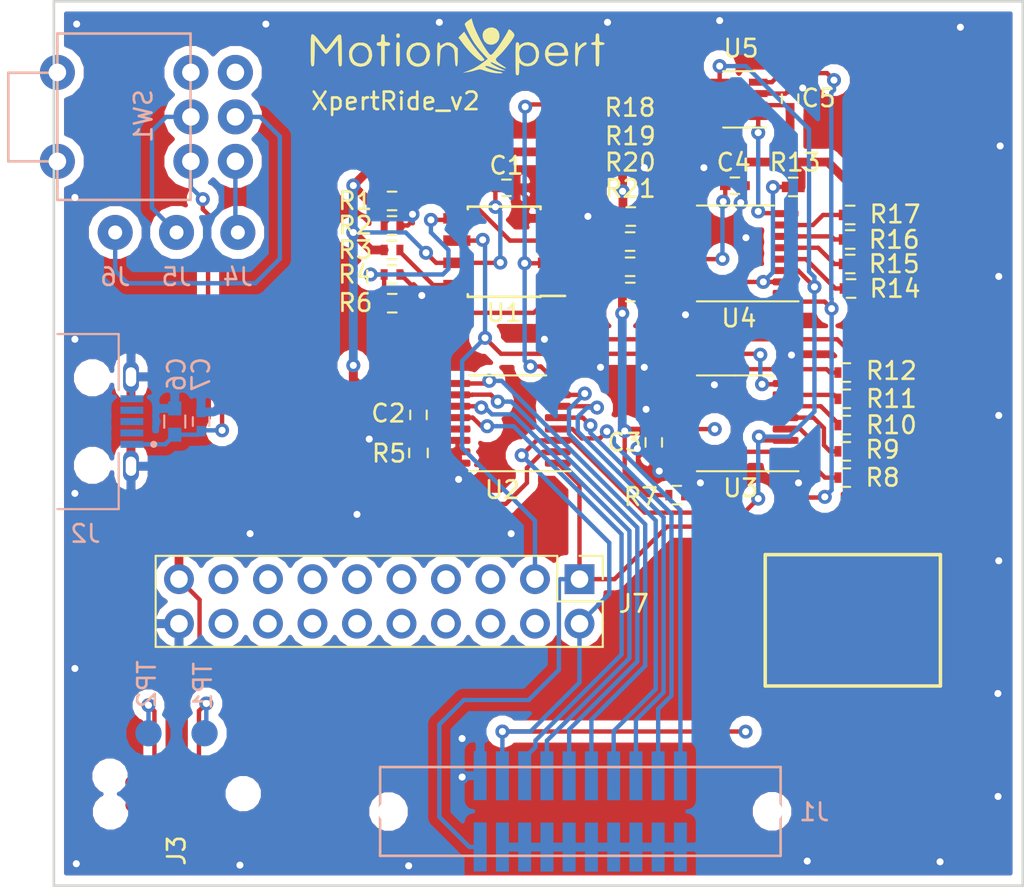
<source format=kicad_pcb>
(kicad_pcb (version 20171130) (host pcbnew "(5.0.2)-1")
  (layers (0 F.Cu signal) (31 B.Cu signal) (34 B.Paste user) (35 F.Paste user) (36 B.SilkS user) (37 F.SilkS user) (38 B.Mask user) (39 F.Mask user) (44 Edge.Cuts user))
  (net 0 "")
  (net 1 VDD)
  (net 2 GNDD)
  (net 3 "Net-(C6-Pad2)")
  (net 4 /Sensor1)
  (net 5 /Sensor2)
  (net 6 /Sensor3)
  (net 7 /Sensor4)
  (net 8 /Sensor5)
  (net 9 /Sensor6)
  (net 10 /Sensor7)
  (net 11 /Sensor8)
  (net 12 /TWI_SDA)
  (net 13 /TWI_CLK)
  (net 14 /SWDIO)
  (net 15 /SDWCLK)
  (net 16 "Net-(J4-Pad1)")
  (net 17 "Net-(J5-Pad1)")
  (net 18 "Net-(J6-Pad1)")
  (net 19 /AMP_OUT)
  (net 20 "Net-(R1-Pad2)")
  (net 21 "Net-(R3-Pad2)")
  (net 22 "Net-(R4-Pad1)")
  (net 23 "Net-(R5-Pad1)")
  (net 24 /RF_MUX)
  (net 25 "Net-(R7-Pad1)")
  (net 26 "Net-(R8-Pad1)")
  (net 27 "Net-(R9-Pad1)")
  (net 28 "Net-(R10-Pad1)")
  (net 29 "Net-(R11-Pad1)")
  (net 30 "Net-(R12-Pad1)")
  (net 31 "Net-(R13-Pad1)")
  (net 32 "Net-(R14-Pad1)")
  (net 33 "Net-(R15-Pad1)")
  (net 34 "Net-(R16-Pad1)")
  (net 35 "Net-(R17-Pad1)")
  (net 36 "Net-(R18-Pad1)")
  (net 37 "Net-(R19-Pad1)")
  (net 38 "Net-(R20-Pad1)")
  (net 39 "Net-(R21-Pad1)")
  (net 40 /SensorX)
  (net 41 /digiPot)
  (module perso:DPDT_IP67 (layer B.Cu) (at 39.14 76.64 90)
    (fp_text reference SW1 (at 0.05 4.91 90) (layer B.SilkS) (effects (justify mirror)))
    (fp_text value SW_DPDT_x2)
    (pad "" thru_hole circle (at 2.54 0 90) (size 2 2) (drill 1) (layers *.Cu *.Mask))
    (pad "" thru_hole circle (at -2.54 0 90) (size 2 2) (drill 1) (layers *.Cu *.Mask))
    (pad 6 thru_hole circle (at -2.54 10.16 90) (size 2 2) (drill 1) (layers *.Cu *.Mask) (net 16 "Net-(J4-Pad1)"))
    (pad 5 thru_hole circle (at 0 10.16 90) (size 2 2) (drill 1) (layers *.Cu *.Mask) (net 18 "Net-(J6-Pad1)"))
    (pad 4 thru_hole circle (at 2.54 10.16 90) (size 2 2) (drill 1) (layers *.Cu *.Mask))
    (pad 3 thru_hole circle (at -2.54 7.62 90) (size 2 2) (drill 1) (layers *.Cu *.Mask) (net 3 "Net-(C6-Pad2)"))
    (pad 2 thru_hole circle (at 0 7.62 90) (size 2 2) (drill 1) (layers *.Cu *.Mask) (net 17 "Net-(J5-Pad1)"))
    (pad 1 thru_hole circle (at 2.54 7.62 90) (size 2 2) (drill 1) (layers *.Cu *.Mask))
  )
  (module Capacitors_SMD:C_0402 (layer F.Cu) (at 64.77 80.69)
    (fp_text reference C1 (at 0 -1.27) (layer F.SilkS))
    (fp_text value 100n)
    (pad 1 smd rect (at -0.55 0) (size 0.6 0.5) (layers F.Cu F.Paste F.Mask) (net 1 VDD))
    (pad 2 smd rect (at 0.55 0) (size 0.6 0.5) (layers F.Cu F.Paste F.Mask) (net 2 GNDD))
  )
  (module Capacitors_SMD:C_0402 (layer F.Cu) (at 59.75 93.66 270)
    (fp_text reference C2 (at -0.09 1.72) (layer F.SilkS))
    (fp_text value 100n)
    (pad 1 smd rect (at -0.55 0 270) (size 0.6 0.5) (layers F.Cu F.Paste F.Mask) (net 2 GNDD))
    (pad 2 smd rect (at 0.55 0 270) (size 0.6 0.5) (layers F.Cu F.Paste F.Mask) (net 1 VDD))
  )
  (module Capacitors_SMD:C_0402 (layer F.Cu) (at 73.18 95.23 90)
    (fp_text reference C3 (at 0 -1.67 180) (layer F.SilkS))
    (fp_text value 100n)
    (pad 2 smd rect (at 0.55 0 90) (size 0.6 0.5) (layers F.Cu F.Paste F.Mask) (net 1 VDD))
    (pad 1 smd rect (at -0.55 0 90) (size 0.6 0.5) (layers F.Cu F.Paste F.Mask) (net 2 GNDD))
  )
  (module Capacitors_SMD:C_0402 (layer F.Cu) (at 77.81 80.57 180)
    (fp_text reference C4 (at 0.07 1.33 180) (layer F.SilkS))
    (fp_text value 100n)
    (pad 1 smd rect (at -0.55 0 180) (size 0.6 0.5) (layers F.Cu F.Paste F.Mask) (net 2 GNDD))
    (pad 2 smd rect (at 0.55 0 180) (size 0.6 0.5) (layers F.Cu F.Paste F.Mask) (net 1 VDD))
  )
  (module Capacitors_SMD:C_0402 (layer F.Cu) (at 80.96 75.6 270)
    (fp_text reference C5 (at -0.03 -1.63) (layer F.SilkS))
    (fp_text value 100n)
    (pad 2 smd rect (at 0.55 0 270) (size 0.6 0.5) (layers F.Cu F.Paste F.Mask) (net 1 VDD))
    (pad 1 smd rect (at -0.55 0 270) (size 0.6 0.5) (layers F.Cu F.Paste F.Mask) (net 2 GNDD))
  )
  (module Capacitors_SMD:C_0603 (layer B.Cu) (at 45.84 94.04 270)
    (fp_text reference C6 (at -2.7 -0.1 270) (layer B.SilkS) (effects (justify mirror)))
    (fp_text value 10u)
    (pad 1 smd rect (at -0.75 0 270) (size 0.8 0.75) (layers B.Cu B.Paste B.Mask) (net 2 GNDD))
    (pad 2 smd rect (at 0.75 0 270) (size 0.8 0.75) (layers B.Cu B.Paste B.Mask) (net 3 "Net-(C6-Pad2)"))
  )
  (module Capacitors_SMD:C_0402 (layer B.Cu) (at 47.34 94.04 270)
    (fp_text reference C7 (at -2.7 0 270) (layer B.SilkS) (effects (justify mirror)))
    (fp_text value 100n)
    (pad 2 smd rect (at 0.55 0 270) (size 0.6 0.5) (layers B.Cu B.Paste B.Mask) (net 3 "Net-(C6-Pad2)"))
    (pad 1 smd rect (at -0.55 0 270) (size 0.6 0.5) (layers B.Cu B.Paste B.Mask) (net 2 GNDD))
  )
  (module perso:Samtec_ESHF_20 (layer B.Cu) (at 69.04 116.24 180)
    (fp_text reference J1 (at -13.3 -0.1 180) (layer B.SilkS) (effects (justify mirror)))
    (fp_text value Conn_01x20)
    (pad 1 smd rect (at -5.66 -2.1 180) (size 0.74 2.795) (layers B.Cu B.Paste B.Mask) (net 2 GNDD))
    (pad 2 smd rect (at -5.66 1.97 180) (size 0.74 2.795) (layers B.Cu B.Paste B.Mask) (net 4 /Sensor1))
    (pad 3 smd rect (at -4.39 -2.1 180) (size 0.74 2.795) (layers B.Cu B.Paste B.Mask) (net 2 GNDD))
    (pad 5 smd rect (at -3.12 -2.1 180) (size 0.74 2.795) (layers B.Cu B.Paste B.Mask) (net 2 GNDD))
    (pad 7 smd rect (at -1.85 -2.1 180) (size 0.74 2.795) (layers B.Cu B.Paste B.Mask) (net 2 GNDD))
    (pad 9 smd rect (at -0.58 -2.1 180) (size 0.74 2.795) (layers B.Cu B.Paste B.Mask) (net 2 GNDD))
    (pad 11 smd rect (at 0.69 -2.1 180) (size 0.74 2.795) (layers B.Cu B.Paste B.Mask) (net 2 GNDD))
    (pad 13 smd rect (at 1.96 -2.1 180) (size 0.74 2.795) (layers B.Cu B.Paste B.Mask) (net 2 GNDD))
    (pad 15 smd rect (at 3.23 -2.1 180) (size 0.74 2.795) (layers B.Cu B.Paste B.Mask) (net 2 GNDD))
    (pad 17 smd rect (at 4.5 -2.1 180) (size 0.74 2.795) (layers B.Cu B.Paste B.Mask) (net 2 GNDD))
    (pad 4 smd rect (at -4.39 1.97 180) (size 0.74 2.795) (layers B.Cu B.Paste B.Mask) (net 5 /Sensor2))
    (pad 6 smd rect (at -3.12 1.97 180) (size 0.74 2.795) (layers B.Cu B.Paste B.Mask) (net 6 /Sensor3))
    (pad 8 smd rect (at -1.85 1.97 180) (size 0.74 2.795) (layers B.Cu B.Paste B.Mask) (net 7 /Sensor4))
    (pad 10 smd rect (at -0.58 1.97 180) (size 0.74 2.795) (layers B.Cu B.Paste B.Mask) (net 8 /Sensor5))
    (pad 12 smd rect (at 0.69 1.97 180) (size 0.74 2.795) (layers B.Cu B.Paste B.Mask) (net 9 /Sensor6))
    (pad 14 smd rect (at 1.96 1.97 180) (size 0.74 2.795) (layers B.Cu B.Paste B.Mask) (net 10 /Sensor7))
    (pad 16 smd rect (at 3.23 1.97 180) (size 0.74 2.795) (layers B.Cu B.Paste B.Mask) (net 11 /Sensor8))
    (pad 18 smd rect (at 4.5 1.97 180) (size 0.74 2.795) (layers B.Cu B.Paste B.Mask) (net 12 /TWI_SDA))
    (pad 19 smd rect (at 5.77 -2.09 180) (size 0.74 2.795) (layers B.Cu B.Paste B.Mask) (net 13 /TWI_CLK))
    (pad 20 smd rect (at 5.77 1.98 180) (size 0.74 2.795) (layers B.Cu B.Paste B.Mask) (net 2 GNDD))
    (pad "" np_thru_hole circle (at 11 -0.07 180) (size 1.19 1.19) (drill 1.19) (layers *.Cu *.Mask))
    (pad "" np_thru_hole circle (at -10.89 -0.06 180) (size 1.19 1.19) (drill 1.19) (layers *.Cu *.Mask))
  )
  (module perso:Tag_Connect_10 (layer F.Cu) (at 45.68 115.3 180)
    (fp_text reference J3 (at -0.26 -3.24 270) (layer F.SilkS))
    (fp_text value Conn_02x05_Counter_Clockwise hide)
    (pad 1 smd circle (at -2.8 0.65 180) (size 0.8 0.8) (layers F.Cu F.Paste F.Mask) (net 1 VDD))
    (pad 2 smd circle (at -1.54 0.64 180) (size 0.8 0.8) (layers F.Cu F.Paste F.Mask) (net 14 /SWDIO))
    (pad 3 smd circle (at -0.27 0.64 180) (size 0.8 0.8) (layers F.Cu F.Paste F.Mask) (net 2 GNDD))
    (pad 4 smd circle (at 1 0.64 180) (size 0.8 0.8) (layers F.Cu F.Paste F.Mask) (net 15 /SDWCLK))
    (pad 5 smd circle (at 2.27 0.64 180) (size 0.8 0.8) (layers F.Cu F.Paste F.Mask) (net 2 GNDD))
    (pad 6 smd circle (at 2.26 -0.64 180) (size 0.8 0.8) (layers F.Cu F.Paste F.Mask))
    (pad 7 smd circle (at 0.99 -0.64 180) (size 0.8 0.8) (layers F.Cu F.Paste F.Mask))
    (pad 8 smd circle (at -0.28 -0.64 180) (size 0.8 0.8) (layers F.Cu F.Paste F.Mask))
    (pad 9 smd circle (at -1.55 -0.64 180) (size 0.8 0.8) (layers F.Cu F.Paste F.Mask) (net 2 GNDD))
    (pad 10 smd circle (at -2.82 -0.64 180) (size 0.8 0.8) (layers F.Cu F.Paste F.Mask))
    (pad "" np_thru_hole circle (at -4.07 0.01 180) (size 1 1) (drill 1) (layers *.Cu *.Mask))
    (pad "" np_thru_hole circle (at 3.51 -1.03 180) (size 1 1) (drill 1) (layers *.Cu *.Mask))
    (pad "" np_thru_hole circle (at 3.54 1.01 180) (size 1 1) (drill 1) (layers *.Cu *.Mask))
  )
  (module Wire_Pads:SolderWirePad_single_0-8mmDrill (layer B.Cu) (at 49.44 83.24)
    (fp_text reference J4 (at 0 2.54) (layer B.SilkS) (effects (justify mirror)))
    (fp_text value Conn_01x01_Female)
    (pad 1 thru_hole circle (at 0 0) (size 1.99898 1.99898) (drill 0.8001) (layers *.Cu *.Mask) (net 16 "Net-(J4-Pad1)"))
  )
  (module Wire_Pads:SolderWirePad_single_0-8mmDrill (layer B.Cu) (at 45.94 83.24)
    (fp_text reference J5 (at 0 2.54) (layer B.SilkS) (effects (justify mirror)))
    (fp_text value Conn_01x01_Female)
    (pad 1 thru_hole circle (at 0 0) (size 1.99898 1.99898) (drill 0.8001) (layers *.Cu *.Mask) (net 17 "Net-(J5-Pad1)"))
  )
  (module Wire_Pads:SolderWirePad_single_0-8mmDrill (layer B.Cu) (at 42.44 83.24)
    (fp_text reference J6 (at 0 2.54) (layer B.SilkS) (effects (justify mirror)))
    (fp_text value Conn_01x01_Female)
    (pad 1 thru_hole circle (at 0 0) (size 1.99898 1.99898) (drill 0.8001) (layers *.Cu *.Mask) (net 18 "Net-(J6-Pad1)"))
  )
  (module Resistors_SMD:R_0402 (layer F.Cu) (at 58.24 81.44)
    (fp_text reference R1 (at -2.1 0) (layer F.SilkS))
    (fp_text value 200k)
    (pad 1 smd rect (at -0.45 0) (size 0.4 0.6) (layers F.Cu F.Paste F.Mask) (net 1 VDD))
    (pad 2 smd rect (at 0.45 0) (size 0.4 0.6) (layers F.Cu F.Paste F.Mask) (net 20 "Net-(R1-Pad2)"))
  )
  (module Resistors_SMD:R_0402 (layer F.Cu) (at 58.24 82.84)
    (fp_text reference R2 (at -2.1 0) (layer F.SilkS))
    (fp_text value 200k)
    (pad 1 smd rect (at -0.45 0) (size 0.4 0.6) (layers F.Cu F.Paste F.Mask) (net 20 "Net-(R1-Pad2)"))
    (pad 2 smd rect (at 0.45 0) (size 0.4 0.6) (layers F.Cu F.Paste F.Mask) (net 2 GNDD))
  )
  (module Resistors_SMD:R_0402 (layer F.Cu) (at 58.24 84.24)
    (fp_text reference R3 (at -2.1 0) (layer F.SilkS))
    (fp_text value 10k)
    (pad 2 smd rect (at 0.45 0) (size 0.4 0.6) (layers F.Cu F.Paste F.Mask) (net 21 "Net-(R3-Pad2)"))
    (pad 1 smd rect (at -0.45 0) (size 0.4 0.6) (layers F.Cu F.Paste F.Mask) (net 1 VDD))
  )
  (module Resistors_SMD:R_0402 (layer F.Cu) (at 58.24 85.64)
    (fp_text reference R4 (at -2.1 0) (layer F.SilkS))
    (fp_text value 0)
    (pad 2 smd rect (at 0.45 0) (size 0.4 0.6) (layers F.Cu F.Paste F.Mask) (net 2 GNDD))
    (pad 1 smd rect (at -0.45 0) (size 0.4 0.6) (layers F.Cu F.Paste F.Mask) (net 22 "Net-(R4-Pad1)"))
  )
  (module Resistors_SMD:R_0402 (layer F.Cu) (at 59.75 95.83 90)
    (fp_text reference R5 (at -0.03 -1.68 180) (layer F.SilkS))
    (fp_text value 10k)
    (pad 1 smd rect (at -0.45 0 90) (size 0.4 0.6) (layers F.Cu F.Paste F.Mask) (net 23 "Net-(R5-Pad1)"))
    (pad 2 smd rect (at 0.45 0 90) (size 0.4 0.6) (layers F.Cu F.Paste F.Mask) (net 1 VDD))
  )
  (module Resistors_SMD:R_0402 (layer F.Cu) (at 58.25 87.28 180)
    (fp_text reference R6 (at 2.1 0.02 180) (layer F.SilkS))
    (fp_text value 5k)
    (pad 1 smd rect (at -0.45 0 180) (size 0.4 0.6) (layers F.Cu F.Paste F.Mask) (net 24 /RF_MUX))
    (pad 2 smd rect (at 0.45 0 180) (size 0.4 0.6) (layers F.Cu F.Paste F.Mask) (net 22 "Net-(R4-Pad1)"))
  )
  (module Resistors_SMD:R_0402 (layer F.Cu) (at 74.49 98.24 180)
    (fp_text reference R7 (at 2.05 -0.1 180) (layer F.SilkS))
    (fp_text value 10k)
    (pad 2 smd rect (at 0.45 0 180) (size 0.4 0.6) (layers F.Cu F.Paste F.Mask) (net 1 VDD))
    (pad 1 smd rect (at -0.45 0 180) (size 0.4 0.6) (layers F.Cu F.Paste F.Mask) (net 25 "Net-(R7-Pad1)"))
  )
  (module Resistors_SMD:R_0402 (layer F.Cu) (at 84.14 97.24)
    (fp_text reference R8 (at 2.1 0) (layer F.SilkS))
    (fp_text value 5k)
    (pad 2 smd rect (at 0.45 0) (size 0.4 0.6) (layers F.Cu F.Paste F.Mask) (net 24 /RF_MUX))
    (pad 1 smd rect (at -0.45 0) (size 0.4 0.6) (layers F.Cu F.Paste F.Mask) (net 26 "Net-(R8-Pad1)"))
  )
  (module Resistors_SMD:R_0402 (layer F.Cu) (at 84.14 95.74)
    (fp_text reference R9 (at 2.1 -0.1) (layer F.SilkS))
    (fp_text value 10k)
    (pad 1 smd rect (at -0.45 0) (size 0.4 0.6) (layers F.Cu F.Paste F.Mask) (net 27 "Net-(R9-Pad1)"))
    (pad 2 smd rect (at 0.45 0) (size 0.4 0.6) (layers F.Cu F.Paste F.Mask) (net 24 /RF_MUX))
  )
  (module Resistors_SMD:R_0402 (layer F.Cu) (at 84.14 94.24)
    (fp_text reference R10 (at 2.6 0) (layer F.SilkS))
    (fp_text value 15k)
    (pad 2 smd rect (at 0.45 0) (size 0.4 0.6) (layers F.Cu F.Paste F.Mask) (net 24 /RF_MUX))
    (pad 1 smd rect (at -0.45 0) (size 0.4 0.6) (layers F.Cu F.Paste F.Mask) (net 28 "Net-(R10-Pad1)"))
  )
  (module Resistors_SMD:R_0402 (layer F.Cu) (at 84.14 92.74)
    (fp_text reference R11 (at 2.6 0) (layer F.SilkS))
    (fp_text value 20k)
    (pad 1 smd rect (at -0.45 0) (size 0.4 0.6) (layers F.Cu F.Paste F.Mask) (net 29 "Net-(R11-Pad1)"))
    (pad 2 smd rect (at 0.45 0) (size 0.4 0.6) (layers F.Cu F.Paste F.Mask) (net 24 /RF_MUX))
  )
  (module Resistors_SMD:R_0402 (layer F.Cu) (at 84.14 91.24)
    (fp_text reference R12 (at 2.6 -0.1) (layer F.SilkS))
    (fp_text value 45k)
    (pad 2 smd rect (at 0.45 0) (size 0.4 0.6) (layers F.Cu F.Paste F.Mask) (net 24 /RF_MUX))
    (pad 1 smd rect (at -0.45 0) (size 0.4 0.6) (layers F.Cu F.Paste F.Mask) (net 30 "Net-(R12-Pad1)"))
  )
  (module Resistors_SMD:R_0402 (layer F.Cu) (at 81.14 80.64)
    (fp_text reference R13 (at 0.1 -1.4) (layer F.SilkS))
    (fp_text value 10k)
    (pad 2 smd rect (at 0.45 0) (size 0.4 0.6) (layers F.Cu F.Paste F.Mask) (net 1 VDD))
    (pad 1 smd rect (at -0.45 0) (size 0.4 0.6) (layers F.Cu F.Paste F.Mask) (net 31 "Net-(R13-Pad1)"))
  )
  (module Resistors_SMD:R_0402 (layer F.Cu) (at 84.44 86.44)
    (fp_text reference R14 (at 2.51 0.01) (layer F.SilkS))
    (fp_text value 0)
    (pad 1 smd rect (at -0.45 0) (size 0.4 0.6) (layers F.Cu F.Paste F.Mask) (net 32 "Net-(R14-Pad1)"))
    (pad 2 smd rect (at 0.45 0) (size 0.4 0.6) (layers F.Cu F.Paste F.Mask) (net 1 VDD))
  )
  (module Resistors_SMD:R_0402 (layer F.Cu) (at 84.39 85.04)
    (fp_text reference R15 (at 2.51 0) (layer F.SilkS))
    (fp_text value 100k)
    (pad 2 smd rect (at 0.45 0) (size 0.4 0.6) (layers F.Cu F.Paste F.Mask) (net 1 VDD))
    (pad 1 smd rect (at -0.45 0) (size 0.4 0.6) (layers F.Cu F.Paste F.Mask) (net 33 "Net-(R15-Pad1)"))
  )
  (module Resistors_SMD:R_0402 (layer F.Cu) (at 84.39 83.64)
    (fp_text reference R16 (at 2.51 0.01) (layer F.SilkS))
    (fp_text value 200k)
    (pad 1 smd rect (at -0.45 0) (size 0.4 0.6) (layers F.Cu F.Paste F.Mask) (net 34 "Net-(R16-Pad1)"))
    (pad 2 smd rect (at 0.45 0) (size 0.4 0.6) (layers F.Cu F.Paste F.Mask) (net 1 VDD))
  )
  (module Resistors_SMD:R_0402 (layer F.Cu) (at 84.39 82.24)
    (fp_text reference R17 (at 2.56 -0.04) (layer F.SilkS))
    (fp_text value 300k)
    (pad 2 smd rect (at 0.45 0) (size 0.4 0.6) (layers F.Cu F.Paste F.Mask) (net 1 VDD))
    (pad 1 smd rect (at -0.45 0) (size 0.4 0.6) (layers F.Cu F.Paste F.Mask) (net 35 "Net-(R17-Pad1)"))
  )
  (module Resistors_SMD:R_0402 (layer F.Cu) (at 71.87 82.33 180)
    (fp_text reference R18 (at 0.05 6.22 180) (layer F.SilkS))
    (fp_text value 400k)
    (pad 2 smd rect (at 0.45 0 180) (size 0.4 0.6) (layers F.Cu F.Paste F.Mask) (net 1 VDD))
    (pad 1 smd rect (at -0.45 0 180) (size 0.4 0.6) (layers F.Cu F.Paste F.Mask) (net 36 "Net-(R18-Pad1)"))
  )
  (module Resistors_SMD:R_0402 (layer F.Cu) (at 71.83 83.76 180)
    (fp_text reference R19 (at -0.01 6.02 180) (layer F.SilkS))
    (fp_text value 500k)
    (pad 1 smd rect (at -0.45 0 180) (size 0.4 0.6) (layers F.Cu F.Paste F.Mask) (net 37 "Net-(R19-Pad1)"))
    (pad 2 smd rect (at 0.45 0 180) (size 0.4 0.6) (layers F.Cu F.Paste F.Mask) (net 1 VDD))
  )
  (module Resistors_SMD:R_0402 (layer F.Cu) (at 71.83 85.2 180)
    (fp_text reference R20 (at -0.01 5.96 180) (layer F.SilkS))
    (fp_text value 600k)
    (pad 2 smd rect (at 0.45 0 180) (size 0.4 0.6) (layers F.Cu F.Paste F.Mask) (net 1 VDD))
    (pad 1 smd rect (at -0.45 0 180) (size 0.4 0.6) (layers F.Cu F.Paste F.Mask) (net 38 "Net-(R20-Pad1)"))
  )
  (module Resistors_SMD:R_0402 (layer F.Cu) (at 71.84 86.64 180)
    (fp_text reference R21 (at 0 5.9 180) (layer F.SilkS))
    (fp_text value 700k)
    (pad 1 smd rect (at -0.45 0 180) (size 0.4 0.6) (layers F.Cu F.Paste F.Mask) (net 39 "Net-(R21-Pad1)"))
    (pad 2 smd rect (at 0.45 0 180) (size 0.4 0.6) (layers F.Cu F.Paste F.Mask) (net 1 VDD))
  )
  (module Measurement_Points:Measurement_Point_Round-SMD-Pad_Small (layer B.Cu) (at 47.54 111.84 90)
    (fp_text reference TP1 (at 2.7 -0.1 90) (layer B.SilkS) (effects (justify mirror)))
    (fp_text value TestPoint)
    (pad 1 smd circle (at 0 0 90) (size 1.5 1.5) (layers B.Cu B.Mask) (net 14 /SWDIO))
  )
  (module Measurement_Points:Measurement_Point_Round-SMD-Pad_Small (layer B.Cu) (at 44.34 111.84 90)
    (fp_text reference TP2 (at 2.8 -0.1 90) (layer B.SilkS) (effects (justify mirror)))
    (fp_text value TestPoint)
    (pad 1 smd circle (at 0 0 90) (size 1.5 1.5) (layers B.Cu B.Mask) (net 15 /SDWCLK))
  )
  (module Housings_SOIC:SOIC-8_3.9x4.9mm_Pitch1.27mm (layer F.Cu) (at 64.64 84.34 180)
    (fp_text reference U1 (at 0 -3.5 180) (layer F.SilkS))
    (fp_text value MCP6N11-001)
    (pad 8 smd rect (at 2.7 -1.905 180) (size 1.55 0.6) (layers F.Cu F.Paste F.Mask) (net 21 "Net-(R3-Pad2)"))
    (pad 7 smd rect (at 2.7 -0.635 180) (size 1.55 0.6) (layers F.Cu F.Paste F.Mask) (net 1 VDD))
    (pad 6 smd rect (at 2.7 0.635 180) (size 1.55 0.6) (layers F.Cu F.Paste F.Mask) (net 19 /AMP_OUT))
    (pad 5 smd rect (at 2.7 1.905 180) (size 1.55 0.6) (layers F.Cu F.Paste F.Mask) (net 22 "Net-(R4-Pad1)"))
    (pad 4 smd rect (at -2.7 1.905 180) (size 1.55 0.6) (layers F.Cu F.Paste F.Mask) (net 2 GNDD))
    (pad 3 smd rect (at -2.7 0.635 180) (size 1.55 0.6) (layers F.Cu F.Paste F.Mask) (net 20 "Net-(R1-Pad2)"))
    (pad 2 smd rect (at -2.7 -0.635 180) (size 1.55 0.6) (layers F.Cu F.Paste F.Mask) (net 40 /SensorX))
    (pad 1 smd rect (at -2.7 -1.905 180) (size 1.55 0.6) (layers F.Cu F.Paste F.Mask) (net 24 /RF_MUX))
  )
  (module Package_SO:TSSOP-16_4.4x5mm_P0.65mm (layer F.Cu) (at 64.84 94.14 180)
    (fp_text reference U2 (at 0.3 -3.8 180) (layer F.SilkS))
    (fp_text value ADG728 hide)
    (pad 1 smd roundrect (at -2.8625 -2.275 180) (size 1.475 0.4) (layers F.Cu F.Paste F.Mask) (net 13 /TWI_CLK))
    (pad 2 smd roundrect (at -2.8625 -1.625 180) (size 1.475 0.4) (layers F.Cu F.Paste F.Mask) (net 23 "Net-(R5-Pad1)"))
    (pad 3 smd roundrect (at -2.8625 -0.975 180) (size 1.475 0.4) (layers F.Cu F.Paste F.Mask) (net 12 /TWI_SDA))
    (pad 4 smd roundrect (at -2.8625 -0.325 180) (size 1.475 0.4) (layers F.Cu F.Paste F.Mask) (net 4 /Sensor1))
    (pad 5 smd roundrect (at -2.8625 0.325 180) (size 1.475 0.4) (layers F.Cu F.Paste F.Mask) (net 5 /Sensor2))
    (pad 6 smd roundrect (at -2.8625 0.975 180) (size 1.475 0.4) (layers F.Cu F.Paste F.Mask) (net 6 /Sensor3))
    (pad 7 smd roundrect (at -2.8625 1.625 180) (size 1.475 0.4) (layers F.Cu F.Paste F.Mask) (net 7 /Sensor4))
    (pad 8 smd roundrect (at -2.8625 2.275 180) (size 1.475 0.4) (layers F.Cu F.Paste F.Mask) (net 40 /SensorX))
    (pad 9 smd roundrect (at 2.8625 2.275 180) (size 1.475 0.4) (layers F.Cu F.Paste F.Mask) (net 8 /Sensor5))
    (pad 10 smd roundrect (at 2.8625 1.625 180) (size 1.475 0.4) (layers F.Cu F.Paste F.Mask) (net 9 /Sensor6))
    (pad 11 smd roundrect (at 2.8625 0.975 180) (size 1.475 0.4) (layers F.Cu F.Paste F.Mask) (net 10 /Sensor7))
    (pad 12 smd roundrect (at 2.8625 0.325 180) (size 1.475 0.4) (layers F.Cu F.Paste F.Mask) (net 11 /Sensor8))
    (pad 13 smd roundrect (at 2.8625 -0.325 180) (size 1.475 0.4) (layers F.Cu F.Paste F.Mask) (net 1 VDD))
    (pad 14 smd roundrect (at 2.8625 -0.975 180) (size 1.475 0.4) (layers F.Cu F.Paste F.Mask) (net 2 GNDD))
    (pad 15 smd roundrect (at 2.8625 -1.625 180) (size 1.475 0.4) (layers F.Cu F.Paste F.Mask) (net 2 GNDD))
    (pad 16 smd roundrect (at 2.8625 -2.275 180) (size 1.475 0.4) (layers F.Cu F.Paste F.Mask) (net 2 GNDD))
  )
  (module Package_SO:TSSOP-16_4.4x5mm_P0.65mm (layer F.Cu) (at 77.84 94.14 180)
    (fp_text reference U3 (at -0.3 -3.7 180) (layer F.SilkS))
    (fp_text value ADG728)
    (pad 1 smd roundrect (at -2.8625 -2.275 180) (size 1.475 0.4) (layers F.Cu F.Paste F.Mask) (net 13 /TWI_CLK))
    (pad 2 smd roundrect (at -2.8625 -1.625 180) (size 1.475 0.4) (layers F.Cu F.Paste F.Mask) (net 25 "Net-(R7-Pad1)"))
    (pad 3 smd roundrect (at -2.8625 -0.975 180) (size 1.475 0.4) (layers F.Cu F.Paste F.Mask) (net 12 /TWI_SDA))
    (pad 4 smd roundrect (at -2.8625 -0.325 180) (size 1.475 0.4) (layers F.Cu F.Paste F.Mask) (net 26 "Net-(R8-Pad1)"))
    (pad 5 smd roundrect (at -2.8625 0.325 180) (size 1.475 0.4) (layers F.Cu F.Paste F.Mask) (net 27 "Net-(R9-Pad1)"))
    (pad 6 smd roundrect (at -2.8625 0.975 180) (size 1.475 0.4) (layers F.Cu F.Paste F.Mask) (net 28 "Net-(R10-Pad1)"))
    (pad 7 smd roundrect (at -2.8625 1.625 180) (size 1.475 0.4) (layers F.Cu F.Paste F.Mask) (net 29 "Net-(R11-Pad1)"))
    (pad 8 smd roundrect (at -2.8625 2.275 180) (size 1.475 0.4) (layers F.Cu F.Paste F.Mask) (net 19 /AMP_OUT))
    (pad 9 smd roundrect (at 2.8625 2.275 180) (size 1.475 0.4) (layers F.Cu F.Paste F.Mask) (net 30 "Net-(R12-Pad1)"))
    (pad 10 smd roundrect (at 2.8625 1.625 180) (size 1.475 0.4) (layers F.Cu F.Paste F.Mask))
    (pad 11 smd roundrect (at 2.8625 0.975 180) (size 1.475 0.4) (layers F.Cu F.Paste F.Mask))
    (pad 12 smd roundrect (at 2.8625 0.325 180) (size 1.475 0.4) (layers F.Cu F.Paste F.Mask))
    (pad 13 smd roundrect (at 2.8625 -0.325 180) (size 1.475 0.4) (layers F.Cu F.Paste F.Mask) (net 1 VDD))
    (pad 14 smd roundrect (at 2.8625 -0.975 180) (size 1.475 0.4) (layers F.Cu F.Paste F.Mask) (net 2 GNDD))
    (pad 15 smd roundrect (at 2.8625 -1.625 180) (size 1.475 0.4) (layers F.Cu F.Paste F.Mask) (net 2 GNDD))
    (pad 16 smd roundrect (at 2.8625 -2.275 180) (size 1.475 0.4) (layers F.Cu F.Paste F.Mask) (net 25 "Net-(R7-Pad1)"))
  )
  (module Package_SO:TSSOP-16_4.4x5mm_P0.65mm (layer F.Cu) (at 77.84 84.44 180)
    (fp_text reference U4 (at -0.2 -3.7 180) (layer F.SilkS))
    (fp_text value ADG728)
    (pad 16 smd roundrect (at 2.8625 -2.275 180) (size 1.475 0.4) (layers F.Cu F.Paste F.Mask) (net 2 GNDD))
    (pad 15 smd roundrect (at 2.8625 -1.625 180) (size 1.475 0.4) (layers F.Cu F.Paste F.Mask) (net 31 "Net-(R13-Pad1)"))
    (pad 14 smd roundrect (at 2.8625 -0.975 180) (size 1.475 0.4) (layers F.Cu F.Paste F.Mask) (net 2 GNDD))
    (pad 13 smd roundrect (at 2.8625 -0.325 180) (size 1.475 0.4) (layers F.Cu F.Paste F.Mask) (net 1 VDD))
    (pad 12 smd roundrect (at 2.8625 0.325 180) (size 1.475 0.4) (layers F.Cu F.Paste F.Mask) (net 39 "Net-(R21-Pad1)"))
    (pad 11 smd roundrect (at 2.8625 0.975 180) (size 1.475 0.4) (layers F.Cu F.Paste F.Mask) (net 38 "Net-(R20-Pad1)"))
    (pad 10 smd roundrect (at 2.8625 1.625 180) (size 1.475 0.4) (layers F.Cu F.Paste F.Mask) (net 37 "Net-(R19-Pad1)"))
    (pad 9 smd roundrect (at 2.8625 2.275 180) (size 1.475 0.4) (layers F.Cu F.Paste F.Mask) (net 36 "Net-(R18-Pad1)"))
    (pad 8 smd roundrect (at -2.8625 2.275 180) (size 1.475 0.4) (layers F.Cu F.Paste F.Mask) (net 41 /digiPot))
    (pad 7 smd roundrect (at -2.8625 1.625 180) (size 1.475 0.4) (layers F.Cu F.Paste F.Mask) (net 35 "Net-(R17-Pad1)"))
    (pad 6 smd roundrect (at -2.8625 0.975 180) (size 1.475 0.4) (layers F.Cu F.Paste F.Mask) (net 34 "Net-(R16-Pad1)"))
    (pad 5 smd roundrect (at -2.8625 0.325 180) (size 1.475 0.4) (layers F.Cu F.Paste F.Mask) (net 33 "Net-(R15-Pad1)"))
    (pad 4 smd roundrect (at -2.8625 -0.325 180) (size 1.475 0.4) (layers F.Cu F.Paste F.Mask) (net 32 "Net-(R14-Pad1)"))
    (pad 3 smd roundrect (at -2.8625 -0.975 180) (size 1.475 0.4) (layers F.Cu F.Paste F.Mask) (net 12 /TWI_SDA))
    (pad 2 smd roundrect (at -2.8625 -1.625 180) (size 1.475 0.4) (layers F.Cu F.Paste F.Mask) (net 31 "Net-(R13-Pad1)"))
    (pad 1 smd roundrect (at -2.8625 -2.275 180) (size 1.475 0.4) (layers F.Cu F.Paste F.Mask) (net 13 /TWI_CLK))
  )
  (module Package_TO_SOT_SMD:SOT-23-8 (layer F.Cu) (at 78.04 75.64 180)
    (fp_text reference U5 (at -0.12 2.91 180) (layer F.SilkS))
    (fp_text value AD5245-100k)
    (pad 1 smd rect (at -1.1 -0.98 180) (size 1.06 0.4) (layers F.Cu F.Paste F.Mask) (net 41 /digiPot))
    (pad 2 smd rect (at -1.1 -0.33 180) (size 1.06 0.4) (layers F.Cu F.Paste F.Mask) (net 1 VDD))
    (pad 3 smd rect (at -1.1 0.33 180) (size 1.06 0.4) (layers F.Cu F.Paste F.Mask) (net 2 GNDD))
    (pad 4 smd rect (at -1.1 0.98 180) (size 1.06 0.4) (layers F.Cu F.Paste F.Mask) (net 13 /TWI_CLK))
    (pad 5 smd rect (at 1.1 0.98 180) (size 1.06 0.4) (layers F.Cu F.Paste F.Mask) (net 12 /TWI_SDA))
    (pad 6 smd rect (at 1.1 0.33 180) (size 1.06 0.4) (layers F.Cu F.Paste F.Mask) (net 2 GNDD))
    (pad 7 smd rect (at 1.1 -0.33 180) (size 1.06 0.4) (layers F.Cu F.Paste F.Mask) (net 40 /SensorX))
    (pad 8 smd rect (at 1.1 -0.98 180) (size 1.06 0.4) (layers F.Cu F.Paste F.Mask) (net 41 /digiPot))
  )
  (module perso:CUI_UJ2-MIBH-4-SMT-TR-67 (layer B.Cu) (at 39.14 94.04)
    (fp_text reference J2 (at 1.6 6.4) (layer B.SilkS) (effects (justify mirror)))
    (fp_text value USB_B_Micro)
    (pad 6 thru_hole oval (at 4.2 2.55) (size 0.9 1.8) (drill oval 0.6 1.1) (layers *.Cu *.Mask) (net 2 GNDD))
    (pad None np_thru_hole circle (at 2 2.5) (size 1.1 1.1) (drill 1.1) (layers *.Cu *.Mask))
    (pad None np_thru_hole circle (at 2 -2.5) (size 1.1 1.1) (drill 1.1) (layers *.Cu *.Mask))
    (pad 1 smd rect (at 4.25 1.3) (size 1.3 0.4) (layers B.Cu B.Paste B.Mask) (net 3 "Net-(C6-Pad2)"))
    (pad 2 smd rect (at 4.25 0.65) (size 1.3 0.4) (layers B.Cu B.Paste B.Mask))
    (pad 3 smd rect (at 4.25 0) (size 1.3 0.4) (layers B.Cu B.Paste B.Mask))
    (pad 4 smd rect (at 4.25 -0.65) (size 1.3 0.4) (layers B.Cu B.Paste B.Mask))
    (pad 5 smd rect (at 4.25 -1.3) (size 1.3 0.4) (layers B.Cu B.Paste B.Mask) (net 2 GNDD))
    (pad 6 thru_hole oval (at 4.2 -2.55) (size 0.9 1.8) (drill oval 0.6 1.1) (layers *.Cu *.Mask) (net 2 GNDD))
  )
  (module Logos:vector_lab_negatif_19_5mm (layer F.Cu) (at 62.14 72.94)
    (fp_text reference G*** hide)
    (fp_text value LOGO hide)
  )
  (module Pin_Headers:Pin_Header_Straight_2x10_Pitch2.54mm (layer F.Cu) (at 68.94 103.04 270)
    (fp_text reference J7 (at 1.4 -3.1) (layer F.SilkS))
    (fp_text value Conn_02x10_Odd_Even)
    (pad 20 thru_hole oval (at 2.54 22.86 270) (size 1.7 1.7) (drill 1) (layers *.Cu *.Mask) (net 2 GNDD))
    (pad 19 thru_hole oval (at 0 22.86 270) (size 1.7 1.7) (drill 1) (layers *.Cu *.Mask) (net 1 VDD))
    (pad 18 thru_hole oval (at 2.54 20.32 270) (size 1.7 1.7) (drill 1) (layers *.Cu *.Mask))
    (pad 17 thru_hole oval (at 0 20.32 270) (size 1.7 1.7) (drill 1) (layers *.Cu *.Mask))
    (pad 16 thru_hole oval (at 2.54 17.78 270) (size 1.7 1.7) (drill 1) (layers *.Cu *.Mask))
    (pad 15 thru_hole oval (at 0 17.78 270) (size 1.7 1.7) (drill 1) (layers *.Cu *.Mask))
    (pad 14 thru_hole oval (at 2.54 15.24 270) (size 1.7 1.7) (drill 1) (layers *.Cu *.Mask))
    (pad 13 thru_hole oval (at 0 15.24 270) (size 1.7 1.7) (drill 1) (layers *.Cu *.Mask))
    (pad 12 thru_hole oval (at 2.54 12.7 270) (size 1.7 1.7) (drill 1) (layers *.Cu *.Mask))
    (pad 11 thru_hole oval (at 0 12.7 270) (size 1.7 1.7) (drill 1) (layers *.Cu *.Mask))
    (pad 10 thru_hole oval (at 2.54 10.16 270) (size 1.7 1.7) (drill 1) (layers *.Cu *.Mask))
    (pad 9 thru_hole oval (at 0 10.16 270) (size 1.7 1.7) (drill 1) (layers *.Cu *.Mask))
    (pad 8 thru_hole oval (at 2.54 7.62 270) (size 1.7 1.7) (drill 1) (layers *.Cu *.Mask))
    (pad 7 thru_hole oval (at 0 7.62 270) (size 1.7 1.7) (drill 1) (layers *.Cu *.Mask))
    (pad 6 thru_hole oval (at 2.54 5.08 270) (size 1.7 1.7) (drill 1) (layers *.Cu *.Mask))
    (pad 5 thru_hole oval (at 0 5.08 270) (size 1.7 1.7) (drill 1) (layers *.Cu *.Mask))
    (pad 4 thru_hole oval (at 2.54 2.54 270) (size 1.7 1.7) (drill 1) (layers *.Cu *.Mask))
    (pad 3 thru_hole oval (at 0 2.54 270) (size 1.7 1.7) (drill 1) (layers *.Cu *.Mask) (net 19 /AMP_OUT))
    (pad 2 thru_hole oval (at 2.54 0 270) (size 1.7 1.7) (drill 1) (layers *.Cu *.Mask) (net 12 /TWI_SDA))
    (pad 1 thru_hole rect (at 0 0 270) (size 1.7 1.7) (drill 1) (layers *.Cu *.Mask) (net 13 /TWI_CLK))
  )
  (gr_line (start 38.94 120.54) (end 38.94 70.04) (layer Edge.Cuts) (width 0.15))
  (gr_line (start 94.24 120.54) (end 38.94 120.54) (layer Edge.Cuts) (width 0.15))
  (gr_line (start 94.24 70.04) (end 94.24 120.54) (layer Edge.Cuts) (width 0.15))
  (gr_line (start 38.94 70.04) (end 94.24 70.04) (layer Edge.Cuts) (width 0.15))
  (gr_text XpertRide_v2 (at 58.44 75.74) (layer F.SilkS) (effects (font (size 1 1))))
  (gr_line (start 89.54 109.14) (end 79.54 109.14) (layer F.SilkS) (width 0.2))
  (gr_line (start 89.54 101.64) (end 89.54 109.14) (layer F.SilkS) (width 0.2))
  (gr_line (start 79.54 101.64) (end 89.54 101.64) (layer F.SilkS) (width 0.2))
  (gr_line (start 79.54 109.14) (end 79.54 101.64) (layer F.SilkS) (width 0.2))
  (segment (start 56.03 85.3) (end 56.03 85.4) (width 0.5) (layer B.Cu) (net 1))
  (segment (start 56.03 90.83) (end 56.03 85.4) (width 0.5) (layer B.Cu) (net 1))
  (segment (start 59.75 94.21) (end 59.75 95.38) (width 0.5) (layer F.Cu) (net 1))
  (via (at 56.03 90.83) (size 0.8) (drill 0.4) (layers F.Cu B.Cu) (net 1))
  (segment (start 48.44 114.61) (end 48.48 114.65) (width 0.5) (layer F.Cu) (net 1))
  (segment (start 57.79 81.44) (end 56.89 81.44) (width 0.5) (layer F.Cu) (net 1))
  (via (at 56.03 80.56) (size 0.8) (drill 0.4) (layers F.Cu B.Cu) (net 1))
  (segment (start 56.03 80.58) (end 56.03 80.56) (width 0.5) (layer F.Cu) (net 1))
  (segment (start 56.89 81.44) (end 56.03 80.58) (width 0.5) (layer F.Cu) (net 1))
  (via (at 56.03 83.24) (size 0.8) (drill 0.4) (layers F.Cu B.Cu) (net 1))
  (segment (start 57.03 84.24) (end 56.03 83.24) (width 0.5) (layer F.Cu) (net 1))
  (segment (start 57.79 84.24) (end 57.03 84.24) (width 0.5) (layer F.Cu) (net 1))
  (segment (start 56.03 85.4) (end 56.03 83.24) (width 0.5) (layer B.Cu) (net 1))
  (segment (start 56.03 83.24) (end 56.03 80.56) (width 0.5) (layer B.Cu) (net 1))
  (segment (start 84.89 85.09) (end 84.84 85.04) (width 0.5) (layer F.Cu) (net 1))
  (segment (start 84.89 86.44) (end 84.89 85.09) (width 0.5) (layer F.Cu) (net 1))
  (segment (start 84.84 85.04) (end 84.84 83.64) (width 0.5) (layer F.Cu) (net 1))
  (segment (start 81.59 80.64) (end 81.59 79.85) (width 0.5) (layer F.Cu) (net 1))
  (segment (start 80.96 79.22) (end 80.96 76.15) (width 0.5) (layer F.Cu) (net 1))
  (segment (start 81.59 79.85) (end 80.96 79.22) (width 0.5) (layer F.Cu) (net 1))
  (segment (start 78.11 79.22) (end 80.96 79.22) (width 0.5) (layer F.Cu) (net 1))
  (segment (start 77.26 80.07) (end 78.11 79.22) (width 0.5) (layer F.Cu) (net 1))
  (segment (start 77.26 80.57) (end 77.26 80.07) (width 0.5) (layer F.Cu) (net 1))
  (segment (start 71.39 85.21) (end 71.38 85.2) (width 0.5) (layer F.Cu) (net 1))
  (segment (start 71.39 86.64) (end 71.39 85.21) (width 0.5) (layer F.Cu) (net 1))
  (segment (start 71.38 85.2) (end 71.38 83.76) (width 0.5) (layer F.Cu) (net 1))
  (segment (start 71.38 82.37) (end 71.42 82.33) (width 0.5) (layer F.Cu) (net 1))
  (segment (start 71.38 83.76) (end 71.38 82.37) (width 0.5) (layer F.Cu) (net 1))
  (via (at 71.4 80.89) (size 0.8) (drill 0.4) (layers F.Cu B.Cu) (net 1))
  (segment (start 71.42 82.33) (end 71.42 80.91) (width 0.5) (layer F.Cu) (net 1))
  (segment (start 71.42 80.91) (end 71.4 80.89) (width 0.5) (layer F.Cu) (net 1))
  (via (at 71.38 87.86) (size 0.8) (drill 0.4) (layers F.Cu B.Cu) (net 1))
  (segment (start 71.39 86.64) (end 71.39 87.85) (width 0.5) (layer F.Cu) (net 1))
  (segment (start 71.39 87.85) (end 71.38 87.86) (width 0.5) (layer F.Cu) (net 1))
  (via (at 71.52 94.58) (size 0.8) (drill 0.4) (layers F.Cu B.Cu) (net 1))
  (segment (start 71.38 87.86) (end 71.38 94.44) (width 0.5) (layer B.Cu) (net 1))
  (segment (start 71.38 94.44) (end 71.52 94.58) (width 0.5) (layer B.Cu) (net 1))
  (segment (start 73.08 94.58) (end 73.18 94.68) (width 0.5) (layer F.Cu) (net 1))
  (segment (start 71.52 94.58) (end 73.08 94.58) (width 0.5) (layer F.Cu) (net 1))
  (segment (start 60.005 94.465) (end 61.9775 94.465) (width 0.25) (layer F.Cu) (net 1))
  (segment (start 59.75 94.21) (end 60.005 94.465) (width 0.25) (layer F.Cu) (net 1))
  (segment (start 73.395 94.465) (end 74.9775 94.465) (width 0.25) (layer F.Cu) (net 1))
  (segment (start 73.18 94.68) (end 73.395 94.465) (width 0.25) (layer F.Cu) (net 1))
  (via (at 76.66 94.47) (size 0.8) (drill 0.4) (layers F.Cu B.Cu) (net 1))
  (segment (start 76.71 94.52) (end 76.66 94.47) (width 0.25) (layer B.Cu) (net 1))
  (segment (start 74.9825 94.47) (end 74.9775 94.465) (width 0.25) (layer F.Cu) (net 1))
  (segment (start 76.66 94.47) (end 74.9825 94.47) (width 0.25) (layer F.Cu) (net 1))
  (via (at 60.18 84.4) (size 0.8) (drill 0.4) (layers F.Cu B.Cu) (net 1))
  (segment (start 61.94 84.975) (end 60.755 84.975) (width 0.25) (layer F.Cu) (net 1))
  (segment (start 60.755 84.975) (end 60.18 84.4) (width 0.25) (layer F.Cu) (net 1))
  (segment (start 59.02 83.24) (end 56.03 83.24) (width 0.25) (layer B.Cu) (net 1))
  (segment (start 60.18 84.4) (end 59.02 83.24) (width 0.25) (layer B.Cu) (net 1))
  (via (at 64.42 84.96) (size 0.8) (drill 0.4) (layers F.Cu B.Cu) (net 1))
  (segment (start 61.94 84.975) (end 64.405 84.975) (width 0.25) (layer F.Cu) (net 1))
  (segment (start 64.405 84.975) (end 64.42 84.96) (width 0.25) (layer F.Cu) (net 1))
  (via (at 64.14 81.78) (size 0.8) (drill 0.4) (layers F.Cu B.Cu) (net 1))
  (segment (start 64.42 84.96) (end 64.42 82.06) (width 0.25) (layer B.Cu) (net 1))
  (segment (start 64.42 82.06) (end 64.14 81.78) (width 0.25) (layer B.Cu) (net 1))
  (segment (start 64.14 80.77) (end 64.22 80.69) (width 0.25) (layer F.Cu) (net 1))
  (segment (start 64.14 81.78) (end 64.14 80.77) (width 0.25) (layer F.Cu) (net 1))
  (via (at 77.1 84.75) (size 0.8) (drill 0.4) (layers F.Cu B.Cu) (net 1))
  (segment (start 74.9775 84.765) (end 77.085 84.765) (width 0.25) (layer F.Cu) (net 1))
  (segment (start 77.085 84.765) (end 77.1 84.75) (width 0.25) (layer F.Cu) (net 1))
  (segment (start 80.78 75.97) (end 80.96 76.15) (width 0.25) (layer F.Cu) (net 1))
  (segment (start 79.14 75.97) (end 80.78 75.97) (width 0.25) (layer F.Cu) (net 1))
  (segment (start 56.03 91.63) (end 56.03 90.83) (width 0.5) (layer F.Cu) (net 1))
  (segment (start 59.75 94.21) (end 58.61 94.21) (width 0.5) (layer F.Cu) (net 1))
  (segment (start 58.61 94.21) (end 56.03 91.63) (width 0.5) (layer F.Cu) (net 1))
  (segment (start 46.08 103.04) (end 46.08 100.6) (width 0.5) (layer F.Cu) (net 1))
  (segment (start 46.08 100.6) (end 47.24 99.44) (width 0.5) (layer F.Cu) (net 1))
  (segment (start 47.24 99.44) (end 54.64 99.44) (width 0.5) (layer F.Cu) (net 1))
  (segment (start 56.03 98.05) (end 56.03 90.83) (width 0.5) (layer F.Cu) (net 1))
  (segment (start 54.64 99.44) (end 56.03 98.05) (width 0.5) (layer F.Cu) (net 1))
  (segment (start 71.4 79.7) (end 71.4 80.89) (width 0.5) (layer F.Cu) (net 1))
  (segment (start 70.34 78.64) (end 71.4 79.7) (width 0.5) (layer F.Cu) (net 1))
  (segment (start 56.03 80.56) (end 57.95 78.64) (width 0.5) (layer F.Cu) (net 1))
  (segment (start 57.95 78.64) (end 70.34 78.64) (width 0.5) (layer F.Cu) (net 1))
  (segment (start 77.53 78.64) (end 78.11 79.22) (width 0.5) (layer F.Cu) (net 1))
  (segment (start 70.34 78.64) (end 77.53 78.64) (width 0.5) (layer F.Cu) (net 1))
  (segment (start 80.96 79.22) (end 83.12 79.22) (width 0.5) (layer F.Cu) (net 1))
  (segment (start 84.84 80.94) (end 84.84 82.24) (width 0.5) (layer F.Cu) (net 1))
  (segment (start 83.12 79.22) (end 84.84 80.94) (width 0.5) (layer F.Cu) (net 1))
  (segment (start 84.84 82.24) (end 84.84 83.24) (width 0.5) (layer F.Cu) (net 1))
  (segment (start 84.84 83.24) (end 84.84 83.64) (width 0.25) (layer F.Cu) (net 1))
  (segment (start 71.52 94.58) (end 71.52 96.92) (width 0.25) (layer F.Cu) (net 1))
  (segment (start 72.84 98.24) (end 74.04 98.24) (width 0.25) (layer F.Cu) (net 1))
  (segment (start 71.52 96.92) (end 72.84 98.24) (width 0.25) (layer F.Cu) (net 1))
  (segment (start 47.255001 104.215001) (end 47.255001 107.255001) (width 0.25) (layer F.Cu) (net 1))
  (segment (start 46.08 103.04) (end 47.255001 104.215001) (width 0.25) (layer F.Cu) (net 1))
  (segment (start 47.255001 107.255001) (end 49.04 109.04) (width 0.25) (layer F.Cu) (net 1))
  (segment (start 49.04 109.04) (end 49.04 112.74) (width 0.25) (layer F.Cu) (net 1))
  (segment (start 48.48 113.3) (end 48.48 114.65) (width 0.25) (layer F.Cu) (net 1))
  (segment (start 49.04 112.74) (end 48.48 113.3) (width 0.25) (layer F.Cu) (net 1))
  (segment (start 77.26 80.57) (end 77.26 81.361325) (width 0.25) (layer F.Cu) (net 1))
  (segment (start 77.26 81.361325) (end 77.14182 81.479505) (width 0.25) (layer F.Cu) (net 1))
  (segment (start 77.1 81.521325) (end 77.14182 81.479505) (width 0.25) (layer B.Cu) (net 1))
  (segment (start 77.1 84.75) (end 77.1 81.521325) (width 0.25) (layer B.Cu) (net 1))
  (via (at 77.14182 81.479505) (size 0.8) (drill 0.4) (layers F.Cu B.Cu) (net 1))
  (segment (start 47.23 116.505685) (end 47.24 116.515685) (width 0.25) (layer F.Cu) (net 2))
  (segment (start 47.23 115.94) (end 47.23 116.505685) (width 0.25) (layer F.Cu) (net 2))
  (segment (start 41.04 111.44) (end 41.04 101.24) (width 0.25) (layer F.Cu) (net 2))
  (segment (start 43.34 98.94) (end 43.34 96.59) (width 0.25) (layer F.Cu) (net 2))
  (segment (start 41.04 101.24) (end 43.34 98.94) (width 0.25) (layer F.Cu) (net 2))
  (segment (start 45.95 114.66) (end 45.95 113.25) (width 0.25) (layer F.Cu) (net 2))
  (segment (start 45.95 113.25) (end 45.94 113.24) (width 0.25) (layer F.Cu) (net 2))
  (segment (start 43.41 113.54) (end 43.41 114.66) (width 0.25) (layer F.Cu) (net 2))
  (segment (start 43.39 91.54) (end 43.34 91.49) (width 0.25) (layer B.Cu) (net 2))
  (segment (start 43.39 92.74) (end 43.39 91.54) (width 0.25) (layer B.Cu) (net 2))
  (segment (start 74.9625 95.78) (end 74.9775 95.765) (width 0.25) (layer F.Cu) (net 2))
  (segment (start 73.18 95.78) (end 74.9625 95.78) (width 0.25) (layer F.Cu) (net 2))
  (segment (start 74.9775 95.115) (end 74.9775 95.765) (width 0.25) (layer F.Cu) (net 2))
  (segment (start 61.9775 95.115) (end 61.9775 95.765) (width 0.25) (layer F.Cu) (net 2))
  (segment (start 67.115 82.435) (end 67.34 82.435) (width 0.25) (layer F.Cu) (net 2))
  (segment (start 65.37 80.69) (end 67.115 82.435) (width 0.25) (layer F.Cu) (net 2))
  (segment (start 65.32 80.69) (end 65.37 80.69) (width 0.25) (layer F.Cu) (net 2))
  (segment (start 73.965 86.715) (end 74.9775 86.715) (width 0.25) (layer F.Cu) (net 2))
  (segment (start 73.625 86.375) (end 73.965 86.715) (width 0.25) (layer F.Cu) (net 2))
  (segment (start 73.625 85.93) (end 73.625 86.375) (width 0.25) (layer F.Cu) (net 2))
  (segment (start 74.9775 85.415) (end 74.14 85.415) (width 0.25) (layer F.Cu) (net 2))
  (segment (start 74.14 85.415) (end 73.625 85.93) (width 0.25) (layer F.Cu) (net 2))
  (segment (start 80.7 75.31) (end 80.96 75.05) (width 0.25) (layer F.Cu) (net 2))
  (segment (start 79.14 75.31) (end 80.7 75.31) (width 0.25) (layer F.Cu) (net 2))
  (segment (start 76.94 75.31) (end 79.14 75.31) (width 0.25) (layer F.Cu) (net 2))
  (segment (start 59.14 82.84) (end 59.47 82.51) (width 0.25) (layer F.Cu) (net 2))
  (segment (start 58.69 82.84) (end 59.14 82.84) (width 0.25) (layer F.Cu) (net 2))
  (via (at 59.41 82.2) (size 0.8) (drill 0.4) (layers F.Cu B.Cu) (net 2))
  (segment (start 59.47 82.51) (end 59.47 82.26) (width 0.25) (layer F.Cu) (net 2))
  (segment (start 59.47 82.26) (end 59.41 82.2) (width 0.25) (layer F.Cu) (net 2))
  (via (at 74.99 87.94) (size 0.8) (drill 0.4) (layers F.Cu B.Cu) (net 2))
  (via (at 69.42 82.32) (size 0.8) (drill 0.4) (layers F.Cu B.Cu) (net 2))
  (via (at 81.68 74.99) (size 0.8) (drill 0.4) (layers F.Cu B.Cu) (net 2))
  (via (at 40.22 119.29) (size 0.8) (drill 0.4) (layers F.Cu B.Cu) (net 2))
  (via (at 49.56 119.37) (size 0.8) (drill 0.4) (layers F.Cu B.Cu) (net 2))
  (via (at 59.19 119.41) (size 0.8) (drill 0.4) (layers F.Cu B.Cu) (net 2))
  (via (at 40.14 108.14) (size 0.8) (drill 0.4) (layers F.Cu B.Cu) (net 2))
  (via (at 40.14 98.14) (size 0.8) (drill 0.4) (layers F.Cu B.Cu) (net 2))
  (via (at 40.14 89.34) (size 0.8) (drill 0.4) (layers F.Cu B.Cu) (net 2))
  (via (at 40.14 81.24) (size 0.8) (drill 0.4) (layers F.Cu B.Cu) (net 2))
  (via (at 40.24 71.34) (size 0.8) (drill 0.4) (layers F.Cu B.Cu) (net 2))
  (via (at 51.04 71.34) (size 0.8) (drill 0.4) (layers F.Cu B.Cu) (net 2))
  (via (at 60.94 71.24) (size 0.8) (drill 0.4) (layers F.Cu B.Cu) (net 2))
  (via (at 70.54 71.24) (size 0.8) (drill 0.4) (layers F.Cu B.Cu) (net 2))
  (via (at 76.94 71.14) (size 0.8) (drill 0.4) (layers F.Cu B.Cu) (net 2))
  (via (at 92.95 78.3) (size 0.8) (drill 0.4) (layers F.Cu B.Cu) (net 2))
  (via (at 92.87 85.75) (size 0.8) (drill 0.4) (layers F.Cu B.Cu) (net 2))
  (via (at 92.87 93.69) (size 0.8) (drill 0.4) (layers F.Cu B.Cu) (net 2))
  (via (at 92.87 101.99) (size 0.8) (drill 0.4) (layers F.Cu B.Cu) (net 2))
  (via (at 92.82 109.57) (size 0.8) (drill 0.4) (layers F.Cu B.Cu) (net 2))
  (via (at 92.83 115.45) (size 0.8) (drill 0.4) (layers F.Cu B.Cu) (net 2))
  (via (at 89.52 119.18) (size 0.8) (drill 0.4) (layers F.Cu B.Cu) (net 2))
  (via (at 81.94 119.14) (size 0.8) (drill 0.4) (layers F.Cu B.Cu) (net 2))
  (segment (start 58.74 85.64) (end 59.94 86.84) (width 0.25) (layer F.Cu) (net 2))
  (segment (start 58.69 85.64) (end 58.74 85.64) (width 0.25) (layer F.Cu) (net 2))
  (via (at 59.94 86.84) (size 0.8) (drill 0.4) (layers F.Cu B.Cu) (net 2))
  (segment (start 61.9775 95.765) (end 61.9775 96.415) (width 0.25) (layer F.Cu) (net 2))
  (segment (start 61.9775 97.2775) (end 62.04 97.34) (width 0.25) (layer F.Cu) (net 2))
  (segment (start 61.9775 96.415) (end 61.9775 97.2775) (width 0.25) (layer F.Cu) (net 2))
  (via (at 62.04 97.34) (size 0.8) (drill 0.4) (layers F.Cu B.Cu) (net 2))
  (via (at 90.68 71.52) (size 0.8) (drill 0.4) (layers F.Cu B.Cu) (net 2))
  (via (at 73.49266 96.86734) (size 0.8) (drill 0.4) (layers F.Cu B.Cu) (net 2))
  (via (at 72.24501 95.58234) (size 0.8) (drill 0.4) (layers F.Cu B.Cu) (net 2))
  (segment (start 47.23 115.94) (end 47.23 117.23) (width 0.25) (layer F.Cu) (net 2))
  (segment (start 43.41 114.66) (end 43.41 113.01) (width 0.25) (layer F.Cu) (net 2))
  (segment (start 43.41 113.01) (end 43.14 112.74) (width 0.25) (layer F.Cu) (net 2))
  (segment (start 43.14 112.74) (end 41.04 112.74) (width 0.25) (layer F.Cu) (net 2))
  (segment (start 41.04 112.74) (end 40.54 113.24) (width 0.25) (layer F.Cu) (net 2))
  (segment (start 40.54 113.24) (end 40.54 117.24) (width 0.25) (layer F.Cu) (net 2))
  (segment (start 40.54 117.24) (end 41.24 117.94) (width 0.25) (layer F.Cu) (net 2))
  (segment (start 46.52 117.94) (end 47.23 117.23) (width 0.25) (layer F.Cu) (net 2))
  (segment (start 41.24 117.94) (end 46.52 117.94) (width 0.25) (layer F.Cu) (net 2))
  (via (at 62.24 114.34) (size 0.8) (drill 0.4) (layers F.Cu B.Cu) (net 2))
  (via (at 62.24 112.14) (size 0.8) (drill 0.4) (layers F.Cu B.Cu) (net 2))
  (via (at 78.14 81.54) (size 0.8) (drill 0.4) (layers F.Cu B.Cu) (net 2))
  (segment (start 78.36 80.57) (end 78.36 81.32) (width 0.25) (layer F.Cu) (net 2))
  (segment (start 78.36 81.32) (end 78.14 81.54) (width 0.25) (layer F.Cu) (net 2))
  (via (at 56.94 95.04) (size 0.8) (drill 0.4) (layers F.Cu B.Cu) (net 2))
  (via (at 56.24 99.34) (size 0.8) (drill 0.4) (layers F.Cu B.Cu) (net 2))
  (via (at 50.14 100.44) (size 0.8) (drill 0.4) (layers F.Cu B.Cu) (net 2))
  (via (at 65.04 100.44) (size 0.8) (drill 0.4) (layers F.Cu B.Cu) (net 2))
  (via (at 76.64 91.94) (size 0.8) (drill 0.4) (layers F.Cu B.Cu) (net 2))
  (via (at 72.64 90.94) (size 0.8) (drill 0.4) (layers F.Cu B.Cu) (net 2))
  (via (at 72.74 93.34) (size 0.8) (drill 0.4) (layers F.Cu B.Cu) (net 2))
  (via (at 70.14 90.94) (size 0.8) (drill 0.4) (layers F.Cu B.Cu) (net 2))
  (via (at 66.94 89.34) (size 0.8) (drill 0.4) (layers F.Cu B.Cu) (net 2))
  (via (at 81.04 90.24) (size 0.8) (drill 0.4) (layers F.Cu B.Cu) (net 2))
  (via (at 75.84 97.54) (size 0.8) (drill 0.4) (layers F.Cu B.Cu) (net 2))
  (via (at 81.44 97.54) (size 0.8) (drill 0.4) (layers F.Cu B.Cu) (net 2))
  (via (at 72.64 79.54) (size 0.8) (drill 0.4) (layers F.Cu B.Cu) (net 2))
  (via (at 76.04 79.54) (size 0.8) (drill 0.4) (layers F.Cu B.Cu) (net 2))
  (via (at 78.44 83.54) (size 0.8) (drill 0.4) (layers F.Cu B.Cu) (net 2))
  (segment (start 47.14 94.79) (end 47.34 94.59) (width 0.25) (layer B.Cu) (net 3))
  (segment (start 45.84 94.79) (end 47.14 94.79) (width 0.25) (layer B.Cu) (net 3))
  (via (at 47.44 81.34) (size 0.8) (drill 0.4) (layers F.Cu B.Cu) (net 3))
  (segment (start 46.76 79.18) (end 46.76 80.66) (width 0.25) (layer B.Cu) (net 3))
  (segment (start 46.76 80.66) (end 47.44 81.34) (width 0.25) (layer B.Cu) (net 3))
  (via (at 48.54 94.54) (size 0.8) (drill 0.4) (layers F.Cu B.Cu) (net 3))
  (segment (start 48.54 91.84) (end 48.54 94.54) (width 0.25) (layer F.Cu) (net 3))
  (segment (start 47.39 94.54) (end 47.34 94.59) (width 0.25) (layer B.Cu) (net 3))
  (segment (start 48.54 94.54) (end 47.39 94.54) (width 0.25) (layer B.Cu) (net 3))
  (segment (start 47.44 81.905685) (end 47.74 82.205685) (width 0.25) (layer F.Cu) (net 3))
  (segment (start 47.44 81.34) (end 47.44 81.905685) (width 0.25) (layer F.Cu) (net 3))
  (segment (start 47.74 82.205685) (end 47.74 91.04) (width 0.25) (layer F.Cu) (net 3))
  (segment (start 47.74 91.04) (end 48.54 91.84) (width 0.25) (layer F.Cu) (net 3))
  (segment (start 45.29 95.34) (end 45.84 94.79) (width 0.25) (layer B.Cu) (net 3))
  (segment (start 43.39 95.34) (end 45.29 95.34) (width 0.25) (layer B.Cu) (net 3))
  (segment (start 67.7575 94.52) (end 67.7025 94.465) (width 0.25) (layer F.Cu) (net 4))
  (segment (start 74.46 113.2425) (end 74.46 114.27) (width 0.25) (layer B.Cu) (net 4))
  (segment (start 67.7025 94.465) (end 68.54 94.465) (width 0.25) (layer F.Cu) (net 4))
  (segment (start 68.54 94.465) (end 69.076289 95.001289) (width 0.25) (layer F.Cu) (net 4))
  (segment (start 70.102718 95.001289) (end 70.502717 94.60129) (width 0.25) (layer F.Cu) (net 4))
  (segment (start 69.076289 95.001289) (end 70.102718 95.001289) (width 0.25) (layer F.Cu) (net 4))
  (via (at 70.502717 94.60129) (size 0.8) (drill 0.4) (layers F.Cu B.Cu) (net 4))
  (segment (start 70.902716 95.001289) (end 70.502717 94.60129) (width 0.25) (layer B.Cu) (net 4))
  (segment (start 70.902716 95.302716) (end 70.902716 95.001289) (width 0.25) (layer B.Cu) (net 4))
  (segment (start 74.7 114.27) (end 74.7 99.1) (width 0.25) (layer B.Cu) (net 4))
  (segment (start 74.7 99.1) (end 70.902716 95.302716) (width 0.25) (layer B.Cu) (net 4))
  (segment (start 73.19 114.27) (end 73.19 113.2425) (width 0.25) (layer B.Cu) (net 5))
  (via (at 69.56501 94.253826) (size 0.8) (drill 0.4) (layers F.Cu B.Cu) (net 5))
  (segment (start 69.165011 93.853827) (end 69.56501 94.253826) (width 0.25) (layer F.Cu) (net 5))
  (segment (start 69.126184 93.815) (end 69.165011 93.853827) (width 0.25) (layer F.Cu) (net 5))
  (segment (start 67.7025 93.815) (end 69.126184 93.815) (width 0.25) (layer F.Cu) (net 5))
  (segment (start 74.190011 109.689989) (end 74.190011 99.31719) (width 0.25) (layer B.Cu) (net 5))
  (segment (start 73.43 114.27) (end 73.43 110.45) (width 0.25) (layer B.Cu) (net 5))
  (segment (start 74.190011 99.31719) (end 69.56501 94.692189) (width 0.25) (layer B.Cu) (net 5))
  (segment (start 73.43 110.45) (end 74.190011 109.689989) (width 0.25) (layer B.Cu) (net 5))
  (segment (start 69.56501 94.692189) (end 69.56501 94.253826) (width 0.25) (layer B.Cu) (net 5))
  (segment (start 71.92 114.27) (end 71.92 113.2425) (width 0.25) (layer B.Cu) (net 6))
  (segment (start 69.865 93.165) (end 69.94 93.24) (width 0.25) (layer F.Cu) (net 6))
  (segment (start 67.7025 93.165) (end 69.865 93.165) (width 0.25) (layer F.Cu) (net 6))
  (via (at 69.94 93.24) (size 0.8) (drill 0.4) (layers F.Cu B.Cu) (net 6))
  (segment (start 72.16 114.27) (end 72.16 111.08359) (width 0.25) (layer B.Cu) (net 6))
  (segment (start 72.16 111.08359) (end 73.74 109.50359) (width 0.25) (layer B.Cu) (net 6))
  (segment (start 69.374315 93.24) (end 69.94 93.24) (width 0.25) (layer B.Cu) (net 6))
  (segment (start 68.84 94.60359) (end 68.84 93.774315) (width 0.25) (layer B.Cu) (net 6))
  (segment (start 68.84 93.774315) (end 69.374315 93.24) (width 0.25) (layer B.Cu) (net 6))
  (segment (start 73.74 99.50359) (end 68.84 94.60359) (width 0.25) (layer B.Cu) (net 6))
  (segment (start 73.74 109.50359) (end 73.74 99.50359) (width 0.25) (layer B.Cu) (net 6))
  (via (at 69.24 92.44) (size 0.8) (drill 0.4) (layers F.Cu B.Cu) (net 7))
  (segment (start 67.7025 92.515) (end 69.165 92.515) (width 0.25) (layer F.Cu) (net 7))
  (segment (start 69.165 92.515) (end 69.24 92.44) (width 0.25) (layer F.Cu) (net 7))
  (segment (start 69.24 92.44) (end 68.34 93.34) (width 0.25) (layer B.Cu) (net 7))
  (segment (start 68.34 93.34) (end 68.34 94.74) (width 0.25) (layer B.Cu) (net 7))
  (segment (start 68.34 94.74) (end 73.289989 99.689989) (width 0.25) (layer B.Cu) (net 7))
  (segment (start 70.89 111.717179) (end 70.89 112.6225) (width 0.25) (layer B.Cu) (net 7))
  (segment (start 73.289989 99.689989) (end 73.289989 109.31719) (width 0.25) (layer B.Cu) (net 7))
  (segment (start 73.289989 109.31719) (end 70.89 111.717179) (width 0.25) (layer B.Cu) (net 7))
  (segment (start 70.89 112.6225) (end 70.89 114.27) (width 0.25) (layer B.Cu) (net 7))
  (via (at 63.791677 91.713789) (size 0.8) (drill 0.4) (layers F.Cu B.Cu) (net 8))
  (segment (start 61.9775 91.865) (end 63.640466 91.865) (width 0.25) (layer F.Cu) (net 8))
  (segment (start 63.640466 91.865) (end 63.791677 91.713789) (width 0.25) (layer F.Cu) (net 8))
  (segment (start 64.496026 91.713789) (end 64.357362 91.713789) (width 0.25) (layer B.Cu) (net 8))
  (segment (start 69.62 114.27) (end 69.62 111.06) (width 0.25) (layer B.Cu) (net 8))
  (segment (start 64.357362 91.713789) (end 63.791677 91.713789) (width 0.25) (layer B.Cu) (net 8))
  (segment (start 69.62 111.06) (end 72.690033 107.989967) (width 0.25) (layer B.Cu) (net 8))
  (segment (start 72.690033 99.907796) (end 64.496026 91.713789) (width 0.25) (layer B.Cu) (net 8))
  (segment (start 72.690033 107.989967) (end 72.690033 99.907796) (width 0.25) (layer B.Cu) (net 8))
  (segment (start 63.877341 92.502661) (end 64.27734 92.90266) (width 0.25) (layer F.Cu) (net 9))
  (segment (start 62.815 92.515) (end 62.827339 92.502661) (width 0.25) (layer F.Cu) (net 9))
  (segment (start 61.9775 92.515) (end 62.815 92.515) (width 0.25) (layer F.Cu) (net 9))
  (segment (start 62.827339 92.502661) (end 63.877341 92.502661) (width 0.25) (layer F.Cu) (net 9))
  (via (at 64.27734 92.90266) (size 0.8) (drill 0.4) (layers F.Cu B.Cu) (net 9))
  (segment (start 64.843025 92.90266) (end 64.27734 92.90266) (width 0.25) (layer B.Cu) (net 9))
  (segment (start 68.35 114.27) (end 68.35 111.630001) (width 0.25) (layer B.Cu) (net 9))
  (segment (start 72.240022 100.094196) (end 65.048486 92.90266) (width 0.25) (layer B.Cu) (net 9))
  (segment (start 72.240022 107.739979) (end 72.240022 100.094196) (width 0.25) (layer B.Cu) (net 9))
  (segment (start 65.048486 92.90266) (end 64.843025 92.90266) (width 0.25) (layer B.Cu) (net 9))
  (segment (start 68.35 111.630001) (end 72.240022 107.739979) (width 0.25) (layer B.Cu) (net 9))
  (segment (start 61.9925 93.15) (end 61.9775 93.165) (width 0.25) (layer F.Cu) (net 10))
  (segment (start 61.9775 93.165) (end 63.262608 93.165) (width 0.25) (layer F.Cu) (net 10))
  (via (at 63.335022 93.237414) (size 0.8) (drill 0.4) (layers F.Cu B.Cu) (net 10))
  (segment (start 63.262608 93.165) (end 63.335022 93.237414) (width 0.25) (layer F.Cu) (net 10))
  (segment (start 67.08 112.26359) (end 71.790011 107.553579) (width 0.25) (layer B.Cu) (net 10))
  (segment (start 71.790011 107.553579) (end 71.790011 100.280596) (width 0.25) (layer B.Cu) (net 10))
  (segment (start 63.552338 93.237414) (end 63.335022 93.237414) (width 0.25) (layer B.Cu) (net 10))
  (segment (start 67.08 114.27) (end 67.08 112.26359) (width 0.25) (layer B.Cu) (net 10))
  (segment (start 65.137077 93.627662) (end 63.942586 93.627662) (width 0.25) (layer B.Cu) (net 10))
  (segment (start 63.942586 93.627662) (end 63.552338 93.237414) (width 0.25) (layer B.Cu) (net 10))
  (segment (start 71.790011 100.280596) (end 65.137077 93.627662) (width 0.25) (layer B.Cu) (net 10))
  (segment (start 62.849315 93.815) (end 63.339497 94.305182) (width 0.25) (layer F.Cu) (net 11))
  (segment (start 61.9775 93.815) (end 62.849315 93.815) (width 0.25) (layer F.Cu) (net 11))
  (segment (start 63.339497 94.305182) (end 63.671255 94.305182) (width 0.25) (layer F.Cu) (net 11))
  (via (at 63.671255 94.305182) (size 0.8) (drill 0.4) (layers F.Cu B.Cu) (net 11))
  (segment (start 65.81 114.27) (end 65.81 113.2425) (width 0.25) (layer B.Cu) (net 11))
  (segment (start 65.81 113.2425) (end 66.43 112.6225) (width 0.25) (layer B.Cu) (net 11))
  (segment (start 66.43 112.25) (end 71.34 107.34) (width 0.25) (layer B.Cu) (net 11))
  (segment (start 71.34 107.34) (end 71.34 100.466996) (width 0.25) (layer B.Cu) (net 11))
  (segment (start 71.34 100.466996) (end 65.178186 94.305182) (width 0.25) (layer B.Cu) (net 11))
  (segment (start 65.178186 94.305182) (end 64.23694 94.305182) (width 0.25) (layer B.Cu) (net 11))
  (segment (start 66.43 112.6225) (end 66.43 112.25) (width 0.25) (layer B.Cu) (net 11))
  (segment (start 64.23694 94.305182) (end 63.671255 94.305182) (width 0.25) (layer B.Cu) (net 11))
  (via (at 78.42 111.75) (size 0.8) (drill 0.4) (layers F.Cu B.Cu) (net 12))
  (segment (start 78.4 111.77) (end 78.42 111.75) (width 0.25) (layer F.Cu) (net 12))
  (via (at 79.18 94.9) (size 0.8) (drill 0.4) (layers F.Cu B.Cu) (net 12))
  (segment (start 79.22 94.94) (end 79.18 94.9) (width 0.25) (layer B.Cu) (net 12))
  (segment (start 79.395 95.115) (end 80.7025 95.115) (width 0.25) (layer F.Cu) (net 12))
  (segment (start 79.18 94.9) (end 79.395 95.115) (width 0.25) (layer F.Cu) (net 12))
  (segment (start 79.18 94.9) (end 80.92 94.9) (width 0.25) (layer B.Cu) (net 12))
  (segment (start 80.92 94.9) (end 82.35 93.47) (width 0.25) (layer B.Cu) (net 12))
  (via (at 82.35 86.35) (size 0.8) (drill 0.4) (layers F.Cu B.Cu) (net 12))
  (segment (start 82.35 93.47) (end 82.35 86.35) (width 0.25) (layer B.Cu) (net 12))
  (segment (start 81.415 85.415) (end 80.7025 85.415) (width 0.25) (layer F.Cu) (net 12))
  (segment (start 82.35 86.35) (end 81.415 85.415) (width 0.25) (layer F.Cu) (net 12))
  (via (at 64.54 111.74) (size 0.8) (drill 0.4) (layers F.Cu B.Cu) (net 12))
  (segment (start 64.54 114.27) (end 64.54 111.74) (width 0.25) (layer B.Cu) (net 12))
  (segment (start 64.54 111.74) (end 66.88 111.74) (width 0.25) (layer F.Cu) (net 12))
  (segment (start 78.41 111.74) (end 78.42 111.75) (width 0.25) (layer F.Cu) (net 12))
  (segment (start 64.54 111.74) (end 78.41 111.74) (width 0.25) (layer F.Cu) (net 12))
  (segment (start 64.54 111.74) (end 66.14 111.74) (width 0.25) (layer B.Cu) (net 12))
  (segment (start 68.94 108.94) (end 68.94 105.58) (width 0.25) (layer B.Cu) (net 12))
  (segment (start 66.14 111.74) (end 68.94 108.94) (width 0.25) (layer B.Cu) (net 12))
  (segment (start 82.35 85.784315) (end 82.04 85.474315) (width 0.25) (layer B.Cu) (net 12))
  (segment (start 82.35 86.35) (end 82.35 85.784315) (width 0.25) (layer B.Cu) (net 12))
  (segment (start 82.04 85.474315) (end 82.04 77.34) (width 0.25) (layer B.Cu) (net 12))
  (via (at 76.94 73.74) (size 0.8) (drill 0.4) (layers F.Cu B.Cu) (net 12))
  (segment (start 82.04 77.34) (end 78.44 73.74) (width 0.25) (layer B.Cu) (net 12))
  (segment (start 78.44 73.74) (end 76.94 73.74) (width 0.25) (layer B.Cu) (net 12))
  (segment (start 76.94 73.74) (end 76.94 74.66) (width 0.25) (layer F.Cu) (net 12))
  (segment (start 66.040673 95.564007) (end 65.640674 95.964006) (width 0.25) (layer F.Cu) (net 12))
  (segment (start 67.7025 95.115) (end 66.48968 95.115) (width 0.25) (layer F.Cu) (net 12))
  (segment (start 66.48968 95.115) (end 66.040673 95.564007) (width 0.25) (layer F.Cu) (net 12))
  (via (at 65.640674 95.964006) (size 0.8) (drill 0.4) (layers F.Cu B.Cu) (net 12))
  (segment (start 66.040673 96.364005) (end 65.640674 95.964006) (width 0.25) (layer B.Cu) (net 12))
  (segment (start 70.64 100.963332) (end 66.040673 96.364005) (width 0.25) (layer B.Cu) (net 12))
  (segment (start 68.94 105.58) (end 70.64 103.88) (width 0.25) (layer B.Cu) (net 12))
  (segment (start 70.64 103.88) (end 70.64 100.963332) (width 0.25) (layer B.Cu) (net 12))
  (segment (start 68.54 95.115) (end 72.665 99.24) (width 0.25) (layer F.Cu) (net 12))
  (segment (start 67.7025 95.115) (end 68.54 95.115) (width 0.25) (layer F.Cu) (net 12))
  (segment (start 72.665 99.24) (end 78.34 99.24) (width 0.25) (layer F.Cu) (net 12))
  (via (at 79.14 98.44) (size 0.8) (drill 0.4) (layers F.Cu B.Cu) (net 12))
  (segment (start 78.34 99.24) (end 79.14 98.44) (width 0.25) (layer F.Cu) (net 12))
  (segment (start 79.14 94.94) (end 79.18 94.9) (width 0.25) (layer B.Cu) (net 12))
  (segment (start 79.14 98.44) (end 79.14 94.94) (width 0.25) (layer B.Cu) (net 12))
  (segment (start 80.7025 97.5825) (end 80.71 97.59) (width 0.25) (layer F.Cu) (net 13))
  (segment (start 80.7025 96.415) (end 80.7025 97.5825) (width 0.25) (layer F.Cu) (net 13))
  (via (at 83.33 87.59) (size 0.8) (drill 0.4) (layers F.Cu B.Cu) (net 13))
  (segment (start 81.177501 87.190001) (end 80.7025 86.715) (width 0.25) (layer F.Cu) (net 13))
  (segment (start 82.930001 87.190001) (end 81.177501 87.190001) (width 0.25) (layer F.Cu) (net 13))
  (segment (start 83.33 87.59) (end 82.930001 87.190001) (width 0.25) (layer F.Cu) (net 13))
  (segment (start 79.92 74.66) (end 80.439999 74.140001) (width 0.25) (layer F.Cu) (net 13))
  (segment (start 80.439999 74.140001) (end 83.065011 74.140001) (width 0.25) (layer F.Cu) (net 13))
  (segment (start 83.065011 74.140001) (end 83.46501 74.54) (width 0.25) (layer F.Cu) (net 13))
  (segment (start 79.14 74.66) (end 79.92 74.66) (width 0.25) (layer F.Cu) (net 13))
  (segment (start 83.46501 75.105685) (end 83.46501 74.54) (width 0.25) (layer B.Cu) (net 13))
  (segment (start 83.31 75.260695) (end 83.46501 75.105685) (width 0.25) (layer B.Cu) (net 13))
  (segment (start 83.31 87.004315) (end 83.31 75.260695) (width 0.25) (layer B.Cu) (net 13))
  (segment (start 83.33 87.024315) (end 83.31 87.004315) (width 0.25) (layer B.Cu) (net 13))
  (segment (start 83.33 87.59) (end 83.33 87.024315) (width 0.25) (layer B.Cu) (net 13))
  (via (at 83.46501 74.54) (size 0.8) (drill 0.4) (layers F.Cu B.Cu) (net 13))
  (segment (start 63.27 117.3025) (end 63.27 118.33) (width 0.25) (layer B.Cu) (net 13))
  (segment (start 83.46 74.53499) (end 83.46501 74.54) (width 0.25) (layer B.Cu) (net 13))
  (segment (start 68.94 103.04) (end 70.94 103.04) (width 0.25) (layer F.Cu) (net 13))
  (segment (start 70.94 103.04) (end 73.94 100.04) (width 0.25) (layer F.Cu) (net 13))
  (segment (start 73.94 100.04) (end 79.04 100.04) (width 0.25) (layer F.Cu) (net 13))
  (segment (start 80.7025 98.3775) (end 80.7025 97.5825) (width 0.25) (layer F.Cu) (net 13))
  (segment (start 79.04 100.04) (end 80.7025 98.3775) (width 0.25) (layer F.Cu) (net 13))
  (segment (start 83.33 87.59) (end 83.33 97.95) (width 0.25) (layer B.Cu) (net 13))
  (via (at 82.94 98.34) (size 0.8) (drill 0.4) (layers F.Cu B.Cu) (net 13))
  (segment (start 83.33 97.95) (end 82.94 98.34) (width 0.25) (layer B.Cu) (net 13))
  (segment (start 82.9025 98.3775) (end 80.7025 98.3775) (width 0.25) (layer F.Cu) (net 13))
  (segment (start 82.94 98.34) (end 82.9025 98.3775) (width 0.25) (layer F.Cu) (net 13))
  (segment (start 68.94 97.6525) (end 67.7025 96.415) (width 0.25) (layer F.Cu) (net 13))
  (segment (start 68.94 103.04) (end 68.94 97.6525) (width 0.25) (layer F.Cu) (net 13))
  (segment (start 67.84 103.04) (end 68.94 103.04) (width 0.25) (layer B.Cu) (net 13))
  (segment (start 67.764999 103.115001) (end 67.84 103.04) (width 0.25) (layer B.Cu) (net 13))
  (segment (start 67.764999 108.215001) (end 67.764999 103.115001) (width 0.25) (layer B.Cu) (net 13))
  (segment (start 62.65 118.33) (end 60.94 116.62) (width 0.25) (layer B.Cu) (net 13))
  (segment (start 60.94 116.62) (end 60.94 111.34) (width 0.25) (layer B.Cu) (net 13))
  (segment (start 60.94 111.34) (end 62.34 109.94) (width 0.25) (layer B.Cu) (net 13))
  (segment (start 62.34 109.94) (end 66.04 109.94) (width 0.25) (layer B.Cu) (net 13))
  (segment (start 63.27 118.33) (end 62.65 118.33) (width 0.25) (layer B.Cu) (net 13))
  (segment (start 66.04 109.94) (end 67.764999 108.215001) (width 0.25) (layer B.Cu) (net 13))
  (via (at 47.64 110.14) (size 0.8) (drill 0.4) (layers F.Cu B.Cu) (net 14))
  (segment (start 47.22 114.66) (end 47.22 110.56) (width 0.25) (layer F.Cu) (net 14))
  (segment (start 47.22 110.56) (end 47.64 110.14) (width 0.25) (layer F.Cu) (net 14))
  (segment (start 47.64 111.74) (end 47.54 111.84) (width 0.25) (layer B.Cu) (net 14))
  (segment (start 47.64 110.14) (end 47.64 111.74) (width 0.25) (layer B.Cu) (net 14))
  (via (at 44.34 110.24) (size 0.8) (drill 0.4) (layers F.Cu B.Cu) (net 15))
  (segment (start 44.68 114.66) (end 44.68 110.58) (width 0.25) (layer F.Cu) (net 15))
  (segment (start 44.68 110.58) (end 44.34 110.24) (width 0.25) (layer F.Cu) (net 15))
  (segment (start 44.34 110.24) (end 44.34 111.84) (width 0.25) (layer B.Cu) (net 15))
  (segment (start 49.3 83.1) (end 49.44 83.24) (width 0.25) (layer B.Cu) (net 16))
  (segment (start 49.3 79.18) (end 49.3 83.1) (width 0.25) (layer B.Cu) (net 16))
  (segment (start 44.54 81.84) (end 45.94 83.24) (width 0.25) (layer B.Cu) (net 17))
  (segment (start 44.54 77.445787) (end 44.54 81.84) (width 0.25) (layer B.Cu) (net 17))
  (segment (start 45.345787 76.64) (end 44.54 77.445787) (width 0.25) (layer B.Cu) (net 17))
  (segment (start 46.76 76.64) (end 45.345787 76.64) (width 0.25) (layer B.Cu) (net 17))
  (segment (start 50.714213 76.64) (end 51.84 77.765787) (width 0.25) (layer B.Cu) (net 18))
  (segment (start 49.3 76.64) (end 50.714213 76.64) (width 0.25) (layer B.Cu) (net 18))
  (segment (start 51.84 77.765787) (end 51.84 84.74) (width 0.25) (layer B.Cu) (net 18))
  (segment (start 51.84 84.74) (end 50.44 86.14) (width 0.25) (layer B.Cu) (net 18))
  (segment (start 43.14 86.14) (end 50.44 86.14) (width 0.25) (layer B.Cu) (net 18))
  (segment (start 42.44 85.44) (end 42.44 83.24) (width 0.25) (layer B.Cu) (net 18))
  (segment (start 43.14 86.14) (end 42.44 85.44) (width 0.25) (layer B.Cu) (net 18))
  (via (at 63.55 89.26) (size 0.8) (drill 0.4) (layers F.Cu B.Cu) (net 19))
  (segment (start 63.55 89.26) (end 64.46 90.17) (width 0.25) (layer F.Cu) (net 19))
  (via (at 79.26 90.22) (size 0.8) (drill 0.4) (layers F.Cu B.Cu) (net 19))
  (segment (start 64.46 90.17) (end 79.21 90.17) (width 0.25) (layer F.Cu) (net 19))
  (segment (start 79.21 90.17) (end 79.26 90.22) (width 0.25) (layer F.Cu) (net 19))
  (via (at 79.36 91.91) (size 0.8) (drill 0.4) (layers F.Cu B.Cu) (net 19))
  (segment (start 79.26 90.22) (end 79.26 91.81) (width 0.25) (layer B.Cu) (net 19))
  (segment (start 79.26 91.81) (end 79.36 91.91) (width 0.25) (layer B.Cu) (net 19))
  (segment (start 80.6575 91.91) (end 80.7025 91.865) (width 0.25) (layer F.Cu) (net 19))
  (segment (start 79.36 91.91) (end 80.6575 91.91) (width 0.25) (layer F.Cu) (net 19))
  (segment (start 63.55 89.26) (end 63.55 83.79501) (width 0.25) (layer B.Cu) (net 19))
  (segment (start 63.55 83.79501) (end 63.41499 83.66) (width 0.25) (layer B.Cu) (net 19))
  (segment (start 61.94 83.705) (end 63.36999 83.705) (width 0.25) (layer F.Cu) (net 19))
  (via (at 63.41499 83.66) (size 0.8) (drill 0.4) (layers F.Cu B.Cu) (net 19))
  (segment (start 63.36999 83.705) (end 63.41499 83.66) (width 0.25) (layer F.Cu) (net 19))
  (segment (start 66.4 103.04) (end 66.4 99.7) (width 0.25) (layer B.Cu) (net 19))
  (segment (start 66.4 99.7) (end 62.24 95.54) (width 0.25) (layer B.Cu) (net 19))
  (segment (start 62.24 90.57) (end 63.55 89.26) (width 0.25) (layer B.Cu) (net 19))
  (segment (start 62.24 95.54) (end 62.24 90.57) (width 0.25) (layer B.Cu) (net 19))
  (segment (start 57.79 82.74) (end 57.79 82.84) (width 0.25) (layer F.Cu) (net 20))
  (segment (start 58.69 81.84) (end 57.79 82.74) (width 0.25) (layer F.Cu) (net 20))
  (segment (start 58.69 81.44) (end 58.69 81.84) (width 0.25) (layer F.Cu) (net 20))
  (segment (start 64.971998 83.705) (end 67.34 83.705) (width 0.25) (layer F.Cu) (net 20))
  (segment (start 58.69 81.44) (end 62.706998 81.44) (width 0.25) (layer F.Cu) (net 20))
  (segment (start 62.706998 81.44) (end 64.971998 83.705) (width 0.25) (layer F.Cu) (net 20))
  (segment (start 60.595 86.245) (end 61.94 86.245) (width 0.25) (layer F.Cu) (net 21))
  (segment (start 58.69 84.34) (end 60.595 86.245) (width 0.25) (layer F.Cu) (net 21))
  (segment (start 58.69 84.24) (end 58.69 84.34) (width 0.25) (layer F.Cu) (net 21))
  (segment (start 57.79 87.27) (end 57.8 87.28) (width 0.25) (layer F.Cu) (net 22))
  (segment (start 57.79 85.64) (end 57.79 87.27) (width 0.25) (layer F.Cu) (net 22))
  (via (at 57.02 85.64) (size 0.8) (drill 0.4) (layers F.Cu B.Cu) (net 22))
  (segment (start 57.79 85.64) (end 57.02 85.64) (width 0.25) (layer F.Cu) (net 22))
  (segment (start 57.02 85.64) (end 61.14 85.64) (width 0.25) (layer B.Cu) (net 22))
  (segment (start 61.14 85.64) (end 61.46 85.32) (width 0.25) (layer B.Cu) (net 22))
  (segment (start 61.46 85.32) (end 61.46 84.24) (width 0.25) (layer B.Cu) (net 22))
  (via (at 60.46 82.52) (size 0.8) (drill 0.4) (layers F.Cu B.Cu) (net 22))
  (segment (start 61.46 84.24) (end 60.46 83.24) (width 0.25) (layer B.Cu) (net 22))
  (segment (start 60.46 83.24) (end 60.46 82.52) (width 0.25) (layer B.Cu) (net 22))
  (segment (start 61.855 82.52) (end 61.94 82.435) (width 0.25) (layer F.Cu) (net 22))
  (segment (start 60.46 82.52) (end 61.855 82.52) (width 0.25) (layer F.Cu) (net 22))
  (segment (start 59.75 96.28) (end 59.85 96.28) (width 0.25) (layer F.Cu) (net 23))
  (segment (start 67.7025 95.765) (end 66.865 95.765) (width 0.25) (layer F.Cu) (net 23))
  (segment (start 66.865 95.765) (end 65.94 96.69) (width 0.25) (layer F.Cu) (net 23))
  (segment (start 65.94 96.69) (end 65.94 97.54) (width 0.25) (layer F.Cu) (net 23))
  (segment (start 65.94 97.54) (end 64.74 98.74) (width 0.25) (layer F.Cu) (net 23))
  (segment (start 64.74 98.74) (end 60.44 98.74) (width 0.25) (layer F.Cu) (net 23))
  (segment (start 59.75 98.05) (end 59.75 96.28) (width 0.25) (layer F.Cu) (net 23))
  (segment (start 60.44 98.74) (end 59.75 98.05) (width 0.25) (layer F.Cu) (net 23))
  (segment (start 58.69 87.04) (end 58.69 87.14) (width 0.25) (layer F.Cu) (net 24))
  (segment (start 84.59 91.24) (end 84.59 92.74) (width 0.25) (layer F.Cu) (net 24))
  (segment (start 84.59 92.74) (end 84.59 94.24) (width 0.25) (layer F.Cu) (net 24))
  (segment (start 84.59 94.24) (end 84.59 95.74) (width 0.25) (layer F.Cu) (net 24))
  (segment (start 84.59 95.74) (end 84.59 97.24) (width 0.25) (layer F.Cu) (net 24))
  (segment (start 84.59 91.24) (end 84.59 90.28) (width 0.25) (layer F.Cu) (net 24))
  (segment (start 84.59 90.28) (end 83.65 89.34) (width 0.25) (layer F.Cu) (net 24))
  (segment (start 83.65 89.34) (end 68.07 89.34) (width 0.25) (layer F.Cu) (net 24))
  (segment (start 67.34 88.61) (end 67.34 86.56) (width 0.25) (layer F.Cu) (net 24))
  (segment (start 68.07 89.34) (end 67.34 88.61) (width 0.25) (layer F.Cu) (net 24))
  (segment (start 67.34 86.56) (end 67.34 86.245) (width 0.25) (layer F.Cu) (net 24))
  (segment (start 67.34 86.82) (end 67.34 86.56) (width 0.25) (layer F.Cu) (net 24))
  (segment (start 66.33 87.83) (end 67.34 86.82) (width 0.25) (layer F.Cu) (net 24))
  (segment (start 59.7 87.83) (end 66.33 87.83) (width 0.25) (layer F.Cu) (net 24))
  (segment (start 58.7 87.28) (end 59.15 87.28) (width 0.25) (layer F.Cu) (net 24))
  (segment (start 59.15 87.28) (end 59.7 87.83) (width 0.25) (layer F.Cu) (net 24))
  (segment (start 80.7025 95.765) (end 78.325 95.765) (width 0.25) (layer F.Cu) (net 25))
  (segment (start 77.675 96.415) (end 74.9775 96.415) (width 0.25) (layer F.Cu) (net 25))
  (segment (start 78.325 95.765) (end 77.675 96.415) (width 0.25) (layer F.Cu) (net 25))
  (segment (start 74.99 96.4275) (end 74.9775 96.415) (width 0.25) (layer F.Cu) (net 25))
  (segment (start 74.9775 98.2025) (end 74.94 98.24) (width 0.25) (layer F.Cu) (net 25))
  (segment (start 74.9775 96.415) (end 74.9775 98.2025) (width 0.25) (layer F.Cu) (net 25))
  (segment (start 81.54 94.465) (end 82.41 95.335) (width 0.25) (layer F.Cu) (net 26))
  (segment (start 80.7025 94.465) (end 81.54 94.465) (width 0.25) (layer F.Cu) (net 26))
  (segment (start 82.41 95.335) (end 82.41 96.7) (width 0.25) (layer F.Cu) (net 26))
  (segment (start 82.95 97.24) (end 83.69 97.24) (width 0.25) (layer F.Cu) (net 26))
  (segment (start 82.41 96.7) (end 82.95 97.24) (width 0.25) (layer F.Cu) (net 26))
  (segment (start 83.24 95.74) (end 83.69 95.74) (width 0.25) (layer F.Cu) (net 27))
  (segment (start 82.89 95.39) (end 83.24 95.74) (width 0.25) (layer F.Cu) (net 27))
  (segment (start 82.89 94.41) (end 82.89 95.39) (width 0.25) (layer F.Cu) (net 27))
  (segment (start 82.295 93.815) (end 82.89 94.41) (width 0.25) (layer F.Cu) (net 27))
  (segment (start 80.7025 93.815) (end 82.295 93.815) (width 0.25) (layer F.Cu) (net 27))
  (segment (start 82.715 93.165) (end 80.7025 93.165) (width 0.25) (layer F.Cu) (net 28))
  (segment (start 83.69 94.14) (end 82.715 93.165) (width 0.25) (layer F.Cu) (net 28))
  (segment (start 83.69 94.24) (end 83.69 94.14) (width 0.25) (layer F.Cu) (net 28))
  (segment (start 80.7025 92.515) (end 83.465 92.515) (width 0.25) (layer F.Cu) (net 29))
  (segment (start 83.465 92.515) (end 83.69 92.74) (width 0.25) (layer F.Cu) (net 29))
  (segment (start 83.24 91.24) (end 83.05 91.05) (width 0.25) (layer F.Cu) (net 30))
  (segment (start 83.69 91.24) (end 83.24 91.24) (width 0.25) (layer F.Cu) (net 30))
  (segment (start 83.05 91.05) (end 75.49 91.05) (width 0.25) (layer F.Cu) (net 30))
  (segment (start 75.49 91.0525) (end 75.49 91.05) (width 0.25) (layer F.Cu) (net 30))
  (segment (start 74.9775 91.565) (end 75.49 91.0525) (width 0.25) (layer F.Cu) (net 30))
  (segment (start 74.9775 91.865) (end 74.9775 91.565) (width 0.25) (layer F.Cu) (net 30))
  (via (at 79.98 80.65) (size 0.8) (drill 0.4) (layers F.Cu B.Cu) (net 31))
  (segment (start 80.69 80.64) (end 79.99 80.64) (width 0.25) (layer F.Cu) (net 31))
  (segment (start 79.99 80.64) (end 79.98 80.65) (width 0.25) (layer F.Cu) (net 31))
  (via (at 79.43 86.065) (size 0.8) (drill 0.4) (layers F.Cu B.Cu) (net 31))
  (segment (start 79.43 86.065) (end 80.7025 86.065) (width 0.25) (layer F.Cu) (net 31))
  (segment (start 74.9775 86.065) (end 79.43 86.065) (width 0.25) (layer F.Cu) (net 31))
  (segment (start 79.98 85.515) (end 79.43 86.065) (width 0.25) (layer B.Cu) (net 31))
  (segment (start 79.98 80.65) (end 79.98 85.515) (width 0.25) (layer B.Cu) (net 31))
  (segment (start 81.865 84.765) (end 80.7025 84.765) (width 0.25) (layer F.Cu) (net 32))
  (segment (start 83.54 86.44) (end 81.865 84.765) (width 0.25) (layer F.Cu) (net 32))
  (segment (start 83.99 86.44) (end 83.54 86.44) (width 0.25) (layer F.Cu) (net 32))
  (segment (start 82.565 84.115) (end 80.7025 84.115) (width 0.25) (layer F.Cu) (net 33))
  (segment (start 83.49 85.04) (end 82.565 84.115) (width 0.25) (layer F.Cu) (net 33))
  (segment (start 83.94 85.04) (end 83.49 85.04) (width 0.25) (layer F.Cu) (net 33))
  (segment (start 83.315 83.465) (end 80.7025 83.465) (width 0.25) (layer F.Cu) (net 34))
  (segment (start 83.49 83.64) (end 83.315 83.465) (width 0.25) (layer F.Cu) (net 34))
  (segment (start 83.94 83.64) (end 83.49 83.64) (width 0.25) (layer F.Cu) (net 34))
  (segment (start 83.94 82.24) (end 82.84 82.24) (width 0.25) (layer F.Cu) (net 35))
  (segment (start 82.265 82.815) (end 80.7025 82.815) (width 0.25) (layer F.Cu) (net 35))
  (segment (start 82.84 82.24) (end 82.265 82.815) (width 0.25) (layer F.Cu) (net 35))
  (segment (start 72.935 82.165) (end 74.9775 82.165) (width 0.25) (layer F.Cu) (net 36))
  (segment (start 72.77 82.33) (end 72.935 82.165) (width 0.25) (layer F.Cu) (net 36))
  (segment (start 72.32 82.33) (end 72.77 82.33) (width 0.25) (layer F.Cu) (net 36))
  (segment (start 72.28 83.66) (end 72.28 83.76) (width 0.25) (layer F.Cu) (net 37))
  (segment (start 73.125 82.815) (end 72.28 83.66) (width 0.25) (layer F.Cu) (net 37))
  (segment (start 74.9775 82.815) (end 73.125 82.815) (width 0.25) (layer F.Cu) (net 37))
  (segment (start 72.28 85.1) (end 72.28 85.2) (width 0.25) (layer F.Cu) (net 38))
  (segment (start 73.915 83.465) (end 72.28 85.1) (width 0.25) (layer F.Cu) (net 38))
  (segment (start 74.9775 83.465) (end 73.915 83.465) (width 0.25) (layer F.Cu) (net 38))
  (segment (start 74.14 84.115) (end 73.25 85.005) (width 0.25) (layer F.Cu) (net 39))
  (segment (start 74.9775 84.115) (end 74.14 84.115) (width 0.25) (layer F.Cu) (net 39))
  (segment (start 72.29 86.54) (end 72.29 86.64) (width 0.25) (layer F.Cu) (net 39))
  (segment (start 73.25 85.58) (end 72.29 86.54) (width 0.25) (layer F.Cu) (net 39))
  (segment (start 73.25 85.005) (end 73.25 85.58) (width 0.25) (layer F.Cu) (net 39))
  (via (at 65.81 85) (size 0.8) (drill 0.4) (layers F.Cu B.Cu) (net 40))
  (segment (start 67.315 85) (end 67.34 84.975) (width 0.25) (layer F.Cu) (net 40))
  (segment (start 65.81 85) (end 67.315 85) (width 0.25) (layer F.Cu) (net 40))
  (via (at 65.84 76.06) (size 0.8) (drill 0.4) (layers F.Cu B.Cu) (net 40))
  (segment (start 65.81 85) (end 65.81 76.09) (width 0.25) (layer B.Cu) (net 40))
  (segment (start 65.81 76.09) (end 65.84 76.06) (width 0.25) (layer B.Cu) (net 40))
  (segment (start 76.9 75.93) (end 76.94 75.97) (width 0.25) (layer F.Cu) (net 40))
  (segment (start 65.84 76.06) (end 65.97 75.93) (width 0.25) (layer F.Cu) (net 40))
  (segment (start 65.97 75.93) (end 76.9 75.93) (width 0.25) (layer F.Cu) (net 40))
  (segment (start 65.81 85) (end 65.81 90.564711) (width 0.25) (layer B.Cu) (net 40))
  (segment (start 65.81 90.564711) (end 66.140299 90.89501) (width 0.25) (layer B.Cu) (net 40))
  (segment (start 66.73251 90.89501) (end 66.140299 90.89501) (width 0.25) (layer F.Cu) (net 40))
  (segment (start 67.7025 91.865) (end 66.73251 90.89501) (width 0.25) (layer F.Cu) (net 40))
  (via (at 66.140299 90.89501) (size 0.8) (drill 0.4) (layers F.Cu B.Cu) (net 40))
  (segment (start 76.94 76.62) (end 79.14 76.62) (width 0.25) (layer F.Cu) (net 41))
  (segment (start 79.14 76.62) (end 79.14 77.54) (width 0.25) (layer F.Cu) (net 41))
  (segment (start 79.14 77.54) (end 79.12 77.56) (width 0.25) (layer F.Cu) (net 41))
  (via (at 79.14 77.54) (size 0.8) (drill 0.4) (layers F.Cu B.Cu) (net 41))
  (segment (start 79.14 77.54) (end 79.14 78.105685) (width 0.25) (layer B.Cu) (net 41))
  (via (at 79.14 82.04) (size 0.8) (drill 0.4) (layers F.Cu B.Cu) (net 41))
  (segment (start 79.14 78.105685) (end 79.14 82.04) (width 0.25) (layer B.Cu) (net 41))
  (segment (start 80.6775 82.14) (end 80.7025 82.165) (width 0.25) (layer F.Cu) (net 41))
  (segment (start 79.14 82.04) (end 79.24 82.14) (width 0.25) (layer F.Cu) (net 41))
  (segment (start 79.24 82.14) (end 80.6775 82.14) (width 0.25) (layer F.Cu) (net 41))
  (zone (net 2) (net_name GNDD) (layer F.Cu) (connect_pads (clearance 0.508)) (min_thickness 0.254) (fill yes (arc_segments 16) (thermal_gap 0.508) (thermal_bridge_width 0.508))
    (polygon (pts (xy 39.04 70.14) (xy 94.05 70.14) (xy 94.06 120.44) (xy 39.04 120.44)))
  )
  (zone (net 2) (net_name GNDD) (layer B.Cu) (connect_pads (clearance 0.508)) (min_thickness 0.254) (fill yes (arc_segments 16) (thermal_gap 0.508) (thermal_bridge_width 0.508))
    (polygon (pts (xy 39.04 70.14) (xy 94.05 70.14) (xy 94.06 120.44) (xy 39.04 120.44)))
  )
)
</source>
